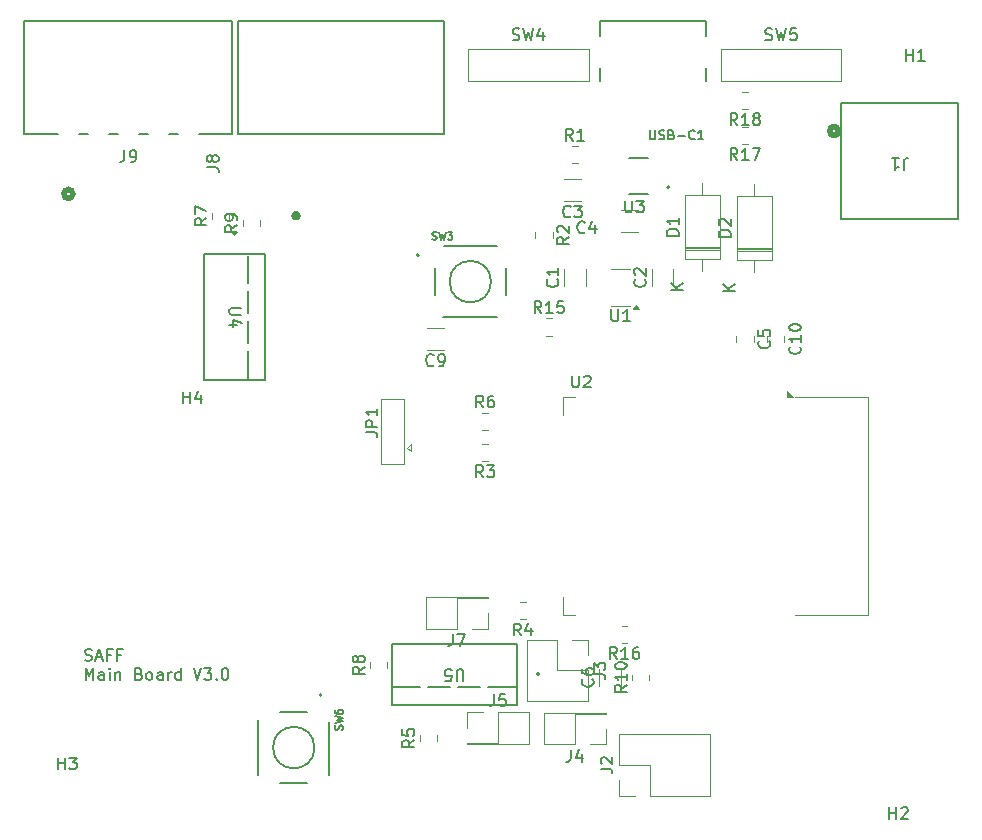
<source format=gbr>
%TF.GenerationSoftware,KiCad,Pcbnew,8.0.8*%
%TF.CreationDate,2025-03-31T15:53:02-05:00*%
%TF.ProjectId,Final Project V1,46696e61-6c20-4507-926f-6a6563742056,rev?*%
%TF.SameCoordinates,Original*%
%TF.FileFunction,Legend,Top*%
%TF.FilePolarity,Positive*%
%FSLAX46Y46*%
G04 Gerber Fmt 4.6, Leading zero omitted, Abs format (unit mm)*
G04 Created by KiCad (PCBNEW 8.0.8) date 2025-03-31 15:53:02*
%MOMM*%
%LPD*%
G01*
G04 APERTURE LIST*
%ADD10C,0.200000*%
%ADD11C,0.150000*%
%ADD12C,0.152400*%
%ADD13C,0.508000*%
%ADD14C,0.127000*%
%ADD15C,0.120000*%
%ADD16C,0.400000*%
G04 APERTURE END LIST*
D10*
X152322054Y-123009656D02*
X152464911Y-123057275D01*
X152464911Y-123057275D02*
X152703006Y-123057275D01*
X152703006Y-123057275D02*
X152798244Y-123009656D01*
X152798244Y-123009656D02*
X152845863Y-122962036D01*
X152845863Y-122962036D02*
X152893482Y-122866798D01*
X152893482Y-122866798D02*
X152893482Y-122771560D01*
X152893482Y-122771560D02*
X152845863Y-122676322D01*
X152845863Y-122676322D02*
X152798244Y-122628703D01*
X152798244Y-122628703D02*
X152703006Y-122581084D01*
X152703006Y-122581084D02*
X152512530Y-122533465D01*
X152512530Y-122533465D02*
X152417292Y-122485846D01*
X152417292Y-122485846D02*
X152369673Y-122438227D01*
X152369673Y-122438227D02*
X152322054Y-122342989D01*
X152322054Y-122342989D02*
X152322054Y-122247751D01*
X152322054Y-122247751D02*
X152369673Y-122152513D01*
X152369673Y-122152513D02*
X152417292Y-122104894D01*
X152417292Y-122104894D02*
X152512530Y-122057275D01*
X152512530Y-122057275D02*
X152750625Y-122057275D01*
X152750625Y-122057275D02*
X152893482Y-122104894D01*
X153274435Y-122771560D02*
X153750625Y-122771560D01*
X153179197Y-123057275D02*
X153512530Y-122057275D01*
X153512530Y-122057275D02*
X153845863Y-123057275D01*
X154512530Y-122533465D02*
X154179197Y-122533465D01*
X154179197Y-123057275D02*
X154179197Y-122057275D01*
X154179197Y-122057275D02*
X154655387Y-122057275D01*
X155369673Y-122533465D02*
X155036340Y-122533465D01*
X155036340Y-123057275D02*
X155036340Y-122057275D01*
X155036340Y-122057275D02*
X155512530Y-122057275D01*
X152369673Y-124667219D02*
X152369673Y-123667219D01*
X152369673Y-123667219D02*
X152703006Y-124381504D01*
X152703006Y-124381504D02*
X153036339Y-123667219D01*
X153036339Y-123667219D02*
X153036339Y-124667219D01*
X153941101Y-124667219D02*
X153941101Y-124143409D01*
X153941101Y-124143409D02*
X153893482Y-124048171D01*
X153893482Y-124048171D02*
X153798244Y-124000552D01*
X153798244Y-124000552D02*
X153607768Y-124000552D01*
X153607768Y-124000552D02*
X153512530Y-124048171D01*
X153941101Y-124619600D02*
X153845863Y-124667219D01*
X153845863Y-124667219D02*
X153607768Y-124667219D01*
X153607768Y-124667219D02*
X153512530Y-124619600D01*
X153512530Y-124619600D02*
X153464911Y-124524361D01*
X153464911Y-124524361D02*
X153464911Y-124429123D01*
X153464911Y-124429123D02*
X153512530Y-124333885D01*
X153512530Y-124333885D02*
X153607768Y-124286266D01*
X153607768Y-124286266D02*
X153845863Y-124286266D01*
X153845863Y-124286266D02*
X153941101Y-124238647D01*
X154417292Y-124667219D02*
X154417292Y-124000552D01*
X154417292Y-123667219D02*
X154369673Y-123714838D01*
X154369673Y-123714838D02*
X154417292Y-123762457D01*
X154417292Y-123762457D02*
X154464911Y-123714838D01*
X154464911Y-123714838D02*
X154417292Y-123667219D01*
X154417292Y-123667219D02*
X154417292Y-123762457D01*
X154893482Y-124000552D02*
X154893482Y-124667219D01*
X154893482Y-124095790D02*
X154941101Y-124048171D01*
X154941101Y-124048171D02*
X155036339Y-124000552D01*
X155036339Y-124000552D02*
X155179196Y-124000552D01*
X155179196Y-124000552D02*
X155274434Y-124048171D01*
X155274434Y-124048171D02*
X155322053Y-124143409D01*
X155322053Y-124143409D02*
X155322053Y-124667219D01*
X156893482Y-124143409D02*
X157036339Y-124191028D01*
X157036339Y-124191028D02*
X157083958Y-124238647D01*
X157083958Y-124238647D02*
X157131577Y-124333885D01*
X157131577Y-124333885D02*
X157131577Y-124476742D01*
X157131577Y-124476742D02*
X157083958Y-124571980D01*
X157083958Y-124571980D02*
X157036339Y-124619600D01*
X157036339Y-124619600D02*
X156941101Y-124667219D01*
X156941101Y-124667219D02*
X156560149Y-124667219D01*
X156560149Y-124667219D02*
X156560149Y-123667219D01*
X156560149Y-123667219D02*
X156893482Y-123667219D01*
X156893482Y-123667219D02*
X156988720Y-123714838D01*
X156988720Y-123714838D02*
X157036339Y-123762457D01*
X157036339Y-123762457D02*
X157083958Y-123857695D01*
X157083958Y-123857695D02*
X157083958Y-123952933D01*
X157083958Y-123952933D02*
X157036339Y-124048171D01*
X157036339Y-124048171D02*
X156988720Y-124095790D01*
X156988720Y-124095790D02*
X156893482Y-124143409D01*
X156893482Y-124143409D02*
X156560149Y-124143409D01*
X157703006Y-124667219D02*
X157607768Y-124619600D01*
X157607768Y-124619600D02*
X157560149Y-124571980D01*
X157560149Y-124571980D02*
X157512530Y-124476742D01*
X157512530Y-124476742D02*
X157512530Y-124191028D01*
X157512530Y-124191028D02*
X157560149Y-124095790D01*
X157560149Y-124095790D02*
X157607768Y-124048171D01*
X157607768Y-124048171D02*
X157703006Y-124000552D01*
X157703006Y-124000552D02*
X157845863Y-124000552D01*
X157845863Y-124000552D02*
X157941101Y-124048171D01*
X157941101Y-124048171D02*
X157988720Y-124095790D01*
X157988720Y-124095790D02*
X158036339Y-124191028D01*
X158036339Y-124191028D02*
X158036339Y-124476742D01*
X158036339Y-124476742D02*
X157988720Y-124571980D01*
X157988720Y-124571980D02*
X157941101Y-124619600D01*
X157941101Y-124619600D02*
X157845863Y-124667219D01*
X157845863Y-124667219D02*
X157703006Y-124667219D01*
X158893482Y-124667219D02*
X158893482Y-124143409D01*
X158893482Y-124143409D02*
X158845863Y-124048171D01*
X158845863Y-124048171D02*
X158750625Y-124000552D01*
X158750625Y-124000552D02*
X158560149Y-124000552D01*
X158560149Y-124000552D02*
X158464911Y-124048171D01*
X158893482Y-124619600D02*
X158798244Y-124667219D01*
X158798244Y-124667219D02*
X158560149Y-124667219D01*
X158560149Y-124667219D02*
X158464911Y-124619600D01*
X158464911Y-124619600D02*
X158417292Y-124524361D01*
X158417292Y-124524361D02*
X158417292Y-124429123D01*
X158417292Y-124429123D02*
X158464911Y-124333885D01*
X158464911Y-124333885D02*
X158560149Y-124286266D01*
X158560149Y-124286266D02*
X158798244Y-124286266D01*
X158798244Y-124286266D02*
X158893482Y-124238647D01*
X159369673Y-124667219D02*
X159369673Y-124000552D01*
X159369673Y-124191028D02*
X159417292Y-124095790D01*
X159417292Y-124095790D02*
X159464911Y-124048171D01*
X159464911Y-124048171D02*
X159560149Y-124000552D01*
X159560149Y-124000552D02*
X159655387Y-124000552D01*
X160417292Y-124667219D02*
X160417292Y-123667219D01*
X160417292Y-124619600D02*
X160322054Y-124667219D01*
X160322054Y-124667219D02*
X160131578Y-124667219D01*
X160131578Y-124667219D02*
X160036340Y-124619600D01*
X160036340Y-124619600D02*
X159988721Y-124571980D01*
X159988721Y-124571980D02*
X159941102Y-124476742D01*
X159941102Y-124476742D02*
X159941102Y-124191028D01*
X159941102Y-124191028D02*
X159988721Y-124095790D01*
X159988721Y-124095790D02*
X160036340Y-124048171D01*
X160036340Y-124048171D02*
X160131578Y-124000552D01*
X160131578Y-124000552D02*
X160322054Y-124000552D01*
X160322054Y-124000552D02*
X160417292Y-124048171D01*
X161512531Y-123667219D02*
X161845864Y-124667219D01*
X161845864Y-124667219D02*
X162179197Y-123667219D01*
X162417293Y-123667219D02*
X163036340Y-123667219D01*
X163036340Y-123667219D02*
X162703007Y-124048171D01*
X162703007Y-124048171D02*
X162845864Y-124048171D01*
X162845864Y-124048171D02*
X162941102Y-124095790D01*
X162941102Y-124095790D02*
X162988721Y-124143409D01*
X162988721Y-124143409D02*
X163036340Y-124238647D01*
X163036340Y-124238647D02*
X163036340Y-124476742D01*
X163036340Y-124476742D02*
X162988721Y-124571980D01*
X162988721Y-124571980D02*
X162941102Y-124619600D01*
X162941102Y-124619600D02*
X162845864Y-124667219D01*
X162845864Y-124667219D02*
X162560150Y-124667219D01*
X162560150Y-124667219D02*
X162464912Y-124619600D01*
X162464912Y-124619600D02*
X162417293Y-124571980D01*
X163464912Y-124571980D02*
X163512531Y-124619600D01*
X163512531Y-124619600D02*
X163464912Y-124667219D01*
X163464912Y-124667219D02*
X163417293Y-124619600D01*
X163417293Y-124619600D02*
X163464912Y-124571980D01*
X163464912Y-124571980D02*
X163464912Y-124667219D01*
X164131578Y-123667219D02*
X164226816Y-123667219D01*
X164226816Y-123667219D02*
X164322054Y-123714838D01*
X164322054Y-123714838D02*
X164369673Y-123762457D01*
X164369673Y-123762457D02*
X164417292Y-123857695D01*
X164417292Y-123857695D02*
X164464911Y-124048171D01*
X164464911Y-124048171D02*
X164464911Y-124286266D01*
X164464911Y-124286266D02*
X164417292Y-124476742D01*
X164417292Y-124476742D02*
X164369673Y-124571980D01*
X164369673Y-124571980D02*
X164322054Y-124619600D01*
X164322054Y-124619600D02*
X164226816Y-124667219D01*
X164226816Y-124667219D02*
X164131578Y-124667219D01*
X164131578Y-124667219D02*
X164036340Y-124619600D01*
X164036340Y-124619600D02*
X163988721Y-124571980D01*
X163988721Y-124571980D02*
X163941102Y-124476742D01*
X163941102Y-124476742D02*
X163893483Y-124286266D01*
X163893483Y-124286266D02*
X163893483Y-124048171D01*
X163893483Y-124048171D02*
X163941102Y-123857695D01*
X163941102Y-123857695D02*
X163988721Y-123762457D01*
X163988721Y-123762457D02*
X164036340Y-123714838D01*
X164036340Y-123714838D02*
X164131578Y-123667219D01*
D11*
X184361904Y-124745180D02*
X184361904Y-123935657D01*
X184361904Y-123935657D02*
X184314285Y-123840419D01*
X184314285Y-123840419D02*
X184266666Y-123792800D01*
X184266666Y-123792800D02*
X184171428Y-123745180D01*
X184171428Y-123745180D02*
X183980952Y-123745180D01*
X183980952Y-123745180D02*
X183885714Y-123792800D01*
X183885714Y-123792800D02*
X183838095Y-123840419D01*
X183838095Y-123840419D02*
X183790476Y-123935657D01*
X183790476Y-123935657D02*
X183790476Y-124745180D01*
X182838095Y-124745180D02*
X183314285Y-124745180D01*
X183314285Y-124745180D02*
X183361904Y-124268990D01*
X183361904Y-124268990D02*
X183314285Y-124316609D01*
X183314285Y-124316609D02*
X183219047Y-124364228D01*
X183219047Y-124364228D02*
X182980952Y-124364228D01*
X182980952Y-124364228D02*
X182885714Y-124316609D01*
X182885714Y-124316609D02*
X182838095Y-124268990D01*
X182838095Y-124268990D02*
X182790476Y-124173752D01*
X182790476Y-124173752D02*
X182790476Y-123935657D01*
X182790476Y-123935657D02*
X182838095Y-123840419D01*
X182838095Y-123840419D02*
X182885714Y-123792800D01*
X182885714Y-123792800D02*
X182980952Y-123745180D01*
X182980952Y-123745180D02*
X183219047Y-123745180D01*
X183219047Y-123745180D02*
X183314285Y-123792800D01*
X183314285Y-123792800D02*
X183361904Y-123840419D01*
X165545180Y-93178095D02*
X164735657Y-93178095D01*
X164735657Y-93178095D02*
X164640419Y-93225714D01*
X164640419Y-93225714D02*
X164592800Y-93273333D01*
X164592800Y-93273333D02*
X164545180Y-93368571D01*
X164545180Y-93368571D02*
X164545180Y-93559047D01*
X164545180Y-93559047D02*
X164592800Y-93654285D01*
X164592800Y-93654285D02*
X164640419Y-93701904D01*
X164640419Y-93701904D02*
X164735657Y-93749523D01*
X164735657Y-93749523D02*
X165545180Y-93749523D01*
X165211847Y-94654285D02*
X164545180Y-94654285D01*
X165592800Y-94416190D02*
X164878514Y-94178095D01*
X164878514Y-94178095D02*
X164878514Y-94797142D01*
X155666666Y-79804519D02*
X155666666Y-80518804D01*
X155666666Y-80518804D02*
X155619047Y-80661661D01*
X155619047Y-80661661D02*
X155523809Y-80756900D01*
X155523809Y-80756900D02*
X155380952Y-80804519D01*
X155380952Y-80804519D02*
X155285714Y-80804519D01*
X156190476Y-80804519D02*
X156380952Y-80804519D01*
X156380952Y-80804519D02*
X156476190Y-80756900D01*
X156476190Y-80756900D02*
X156523809Y-80709280D01*
X156523809Y-80709280D02*
X156619047Y-80566423D01*
X156619047Y-80566423D02*
X156666666Y-80375947D01*
X156666666Y-80375947D02*
X156666666Y-79994995D01*
X156666666Y-79994995D02*
X156619047Y-79899757D01*
X156619047Y-79899757D02*
X156571428Y-79852138D01*
X156571428Y-79852138D02*
X156476190Y-79804519D01*
X156476190Y-79804519D02*
X156285714Y-79804519D01*
X156285714Y-79804519D02*
X156190476Y-79852138D01*
X156190476Y-79852138D02*
X156142857Y-79899757D01*
X156142857Y-79899757D02*
X156095238Y-79994995D01*
X156095238Y-79994995D02*
X156095238Y-80233090D01*
X156095238Y-80233090D02*
X156142857Y-80328328D01*
X156142857Y-80328328D02*
X156190476Y-80375947D01*
X156190476Y-80375947D02*
X156285714Y-80423566D01*
X156285714Y-80423566D02*
X156476190Y-80423566D01*
X156476190Y-80423566D02*
X156571428Y-80375947D01*
X156571428Y-80375947D02*
X156619047Y-80328328D01*
X156619047Y-80328328D02*
X156666666Y-80233090D01*
X174098315Y-128878156D02*
X174128345Y-128788064D01*
X174128345Y-128788064D02*
X174128345Y-128637911D01*
X174128345Y-128637911D02*
X174098315Y-128577850D01*
X174098315Y-128577850D02*
X174068284Y-128547819D01*
X174068284Y-128547819D02*
X174008223Y-128517789D01*
X174008223Y-128517789D02*
X173948161Y-128517789D01*
X173948161Y-128517789D02*
X173888100Y-128547819D01*
X173888100Y-128547819D02*
X173858070Y-128577850D01*
X173858070Y-128577850D02*
X173828039Y-128637911D01*
X173828039Y-128637911D02*
X173798008Y-128758034D01*
X173798008Y-128758034D02*
X173767978Y-128818095D01*
X173767978Y-128818095D02*
X173737947Y-128848125D01*
X173737947Y-128848125D02*
X173677886Y-128878156D01*
X173677886Y-128878156D02*
X173617825Y-128878156D01*
X173617825Y-128878156D02*
X173557763Y-128848125D01*
X173557763Y-128848125D02*
X173527733Y-128818095D01*
X173527733Y-128818095D02*
X173497702Y-128758034D01*
X173497702Y-128758034D02*
X173497702Y-128607880D01*
X173497702Y-128607880D02*
X173527733Y-128517789D01*
X173497702Y-128307575D02*
X174128345Y-128157422D01*
X174128345Y-128157422D02*
X173677886Y-128037299D01*
X173677886Y-128037299D02*
X174128345Y-127917177D01*
X174128345Y-127917177D02*
X173497702Y-127767024D01*
X173497702Y-127256503D02*
X173497702Y-127376625D01*
X173497702Y-127376625D02*
X173527733Y-127436687D01*
X173527733Y-127436687D02*
X173557763Y-127466717D01*
X173557763Y-127466717D02*
X173647855Y-127526778D01*
X173647855Y-127526778D02*
X173767978Y-127556809D01*
X173767978Y-127556809D02*
X174008223Y-127556809D01*
X174008223Y-127556809D02*
X174068284Y-127526778D01*
X174068284Y-127526778D02*
X174098315Y-127496748D01*
X174098315Y-127496748D02*
X174128345Y-127436687D01*
X174128345Y-127436687D02*
X174128345Y-127316564D01*
X174128345Y-127316564D02*
X174098315Y-127256503D01*
X174098315Y-127256503D02*
X174068284Y-127226472D01*
X174068284Y-127226472D02*
X174008223Y-127196442D01*
X174008223Y-127196442D02*
X173858070Y-127196442D01*
X173858070Y-127196442D02*
X173798008Y-127226472D01*
X173798008Y-127226472D02*
X173767978Y-127256503D01*
X173767978Y-127256503D02*
X173737947Y-127316564D01*
X173737947Y-127316564D02*
X173737947Y-127436687D01*
X173737947Y-127436687D02*
X173767978Y-127496748D01*
X173767978Y-127496748D02*
X173798008Y-127526778D01*
X173798008Y-127526778D02*
X173858070Y-127556809D01*
X206984819Y-87138094D02*
X205984819Y-87138094D01*
X205984819Y-87138094D02*
X205984819Y-86899999D01*
X205984819Y-86899999D02*
X206032438Y-86757142D01*
X206032438Y-86757142D02*
X206127676Y-86661904D01*
X206127676Y-86661904D02*
X206222914Y-86614285D01*
X206222914Y-86614285D02*
X206413390Y-86566666D01*
X206413390Y-86566666D02*
X206556247Y-86566666D01*
X206556247Y-86566666D02*
X206746723Y-86614285D01*
X206746723Y-86614285D02*
X206841961Y-86661904D01*
X206841961Y-86661904D02*
X206937200Y-86757142D01*
X206937200Y-86757142D02*
X206984819Y-86899999D01*
X206984819Y-86899999D02*
X206984819Y-87138094D01*
X206080057Y-86185713D02*
X206032438Y-86138094D01*
X206032438Y-86138094D02*
X205984819Y-86042856D01*
X205984819Y-86042856D02*
X205984819Y-85804761D01*
X205984819Y-85804761D02*
X206032438Y-85709523D01*
X206032438Y-85709523D02*
X206080057Y-85661904D01*
X206080057Y-85661904D02*
X206175295Y-85614285D01*
X206175295Y-85614285D02*
X206270533Y-85614285D01*
X206270533Y-85614285D02*
X206413390Y-85661904D01*
X206413390Y-85661904D02*
X206984819Y-86233332D01*
X206984819Y-86233332D02*
X206984819Y-85614285D01*
X207354819Y-91741904D02*
X206354819Y-91741904D01*
X207354819Y-91170476D02*
X206783390Y-91599047D01*
X206354819Y-91170476D02*
X206926247Y-91741904D01*
X150038095Y-132254819D02*
X150038095Y-131254819D01*
X150038095Y-131731009D02*
X150609523Y-131731009D01*
X150609523Y-132254819D02*
X150609523Y-131254819D01*
X150990476Y-131254819D02*
X151609523Y-131254819D01*
X151609523Y-131254819D02*
X151276190Y-131635771D01*
X151276190Y-131635771D02*
X151419047Y-131635771D01*
X151419047Y-131635771D02*
X151514285Y-131683390D01*
X151514285Y-131683390D02*
X151561904Y-131731009D01*
X151561904Y-131731009D02*
X151609523Y-131826247D01*
X151609523Y-131826247D02*
X151609523Y-132064342D01*
X151609523Y-132064342D02*
X151561904Y-132159580D01*
X151561904Y-132159580D02*
X151514285Y-132207200D01*
X151514285Y-132207200D02*
X151419047Y-132254819D01*
X151419047Y-132254819D02*
X151133333Y-132254819D01*
X151133333Y-132254819D02*
X151038095Y-132207200D01*
X151038095Y-132207200D02*
X150990476Y-132159580D01*
X186033333Y-107504819D02*
X185700000Y-107028628D01*
X185461905Y-107504819D02*
X185461905Y-106504819D01*
X185461905Y-106504819D02*
X185842857Y-106504819D01*
X185842857Y-106504819D02*
X185938095Y-106552438D01*
X185938095Y-106552438D02*
X185985714Y-106600057D01*
X185985714Y-106600057D02*
X186033333Y-106695295D01*
X186033333Y-106695295D02*
X186033333Y-106838152D01*
X186033333Y-106838152D02*
X185985714Y-106933390D01*
X185985714Y-106933390D02*
X185938095Y-106981009D01*
X185938095Y-106981009D02*
X185842857Y-107028628D01*
X185842857Y-107028628D02*
X185461905Y-107028628D01*
X186366667Y-106504819D02*
X186985714Y-106504819D01*
X186985714Y-106504819D02*
X186652381Y-106885771D01*
X186652381Y-106885771D02*
X186795238Y-106885771D01*
X186795238Y-106885771D02*
X186890476Y-106933390D01*
X186890476Y-106933390D02*
X186938095Y-106981009D01*
X186938095Y-106981009D02*
X186985714Y-107076247D01*
X186985714Y-107076247D02*
X186985714Y-107314342D01*
X186985714Y-107314342D02*
X186938095Y-107409580D01*
X186938095Y-107409580D02*
X186890476Y-107457200D01*
X186890476Y-107457200D02*
X186795238Y-107504819D01*
X186795238Y-107504819D02*
X186509524Y-107504819D01*
X186509524Y-107504819D02*
X186414286Y-107457200D01*
X186414286Y-107457200D02*
X186366667Y-107409580D01*
X209926667Y-70467200D02*
X210069524Y-70514819D01*
X210069524Y-70514819D02*
X210307619Y-70514819D01*
X210307619Y-70514819D02*
X210402857Y-70467200D01*
X210402857Y-70467200D02*
X210450476Y-70419580D01*
X210450476Y-70419580D02*
X210498095Y-70324342D01*
X210498095Y-70324342D02*
X210498095Y-70229104D01*
X210498095Y-70229104D02*
X210450476Y-70133866D01*
X210450476Y-70133866D02*
X210402857Y-70086247D01*
X210402857Y-70086247D02*
X210307619Y-70038628D01*
X210307619Y-70038628D02*
X210117143Y-69991009D01*
X210117143Y-69991009D02*
X210021905Y-69943390D01*
X210021905Y-69943390D02*
X209974286Y-69895771D01*
X209974286Y-69895771D02*
X209926667Y-69800533D01*
X209926667Y-69800533D02*
X209926667Y-69705295D01*
X209926667Y-69705295D02*
X209974286Y-69610057D01*
X209974286Y-69610057D02*
X210021905Y-69562438D01*
X210021905Y-69562438D02*
X210117143Y-69514819D01*
X210117143Y-69514819D02*
X210355238Y-69514819D01*
X210355238Y-69514819D02*
X210498095Y-69562438D01*
X210831429Y-69514819D02*
X211069524Y-70514819D01*
X211069524Y-70514819D02*
X211260000Y-69800533D01*
X211260000Y-69800533D02*
X211450476Y-70514819D01*
X211450476Y-70514819D02*
X211688572Y-69514819D01*
X212545714Y-69514819D02*
X212069524Y-69514819D01*
X212069524Y-69514819D02*
X212021905Y-69991009D01*
X212021905Y-69991009D02*
X212069524Y-69943390D01*
X212069524Y-69943390D02*
X212164762Y-69895771D01*
X212164762Y-69895771D02*
X212402857Y-69895771D01*
X212402857Y-69895771D02*
X212498095Y-69943390D01*
X212498095Y-69943390D02*
X212545714Y-69991009D01*
X212545714Y-69991009D02*
X212593333Y-70086247D01*
X212593333Y-70086247D02*
X212593333Y-70324342D01*
X212593333Y-70324342D02*
X212545714Y-70419580D01*
X212545714Y-70419580D02*
X212498095Y-70467200D01*
X212498095Y-70467200D02*
X212402857Y-70514819D01*
X212402857Y-70514819D02*
X212164762Y-70514819D01*
X212164762Y-70514819D02*
X212069524Y-70467200D01*
X212069524Y-70467200D02*
X212021905Y-70419580D01*
X220438095Y-136454819D02*
X220438095Y-135454819D01*
X220438095Y-135931009D02*
X221009523Y-135931009D01*
X221009523Y-136454819D02*
X221009523Y-135454819D01*
X221438095Y-135550057D02*
X221485714Y-135502438D01*
X221485714Y-135502438D02*
X221580952Y-135454819D01*
X221580952Y-135454819D02*
X221819047Y-135454819D01*
X221819047Y-135454819D02*
X221914285Y-135502438D01*
X221914285Y-135502438D02*
X221961904Y-135550057D01*
X221961904Y-135550057D02*
X222009523Y-135645295D01*
X222009523Y-135645295D02*
X222009523Y-135740533D01*
X222009523Y-135740533D02*
X221961904Y-135883390D01*
X221961904Y-135883390D02*
X221390476Y-136454819D01*
X221390476Y-136454819D02*
X222009523Y-136454819D01*
X198063095Y-84089819D02*
X198063095Y-84899342D01*
X198063095Y-84899342D02*
X198110714Y-84994580D01*
X198110714Y-84994580D02*
X198158333Y-85042200D01*
X198158333Y-85042200D02*
X198253571Y-85089819D01*
X198253571Y-85089819D02*
X198444047Y-85089819D01*
X198444047Y-85089819D02*
X198539285Y-85042200D01*
X198539285Y-85042200D02*
X198586904Y-84994580D01*
X198586904Y-84994580D02*
X198634523Y-84899342D01*
X198634523Y-84899342D02*
X198634523Y-84089819D01*
X199015476Y-84089819D02*
X199634523Y-84089819D01*
X199634523Y-84089819D02*
X199301190Y-84470771D01*
X199301190Y-84470771D02*
X199444047Y-84470771D01*
X199444047Y-84470771D02*
X199539285Y-84518390D01*
X199539285Y-84518390D02*
X199586904Y-84566009D01*
X199586904Y-84566009D02*
X199634523Y-84661247D01*
X199634523Y-84661247D02*
X199634523Y-84899342D01*
X199634523Y-84899342D02*
X199586904Y-84994580D01*
X199586904Y-84994580D02*
X199539285Y-85042200D01*
X199539285Y-85042200D02*
X199444047Y-85089819D01*
X199444047Y-85089819D02*
X199158333Y-85089819D01*
X199158333Y-85089819D02*
X199063095Y-85042200D01*
X199063095Y-85042200D02*
X199015476Y-84994580D01*
X207557142Y-77704819D02*
X207223809Y-77228628D01*
X206985714Y-77704819D02*
X206985714Y-76704819D01*
X206985714Y-76704819D02*
X207366666Y-76704819D01*
X207366666Y-76704819D02*
X207461904Y-76752438D01*
X207461904Y-76752438D02*
X207509523Y-76800057D01*
X207509523Y-76800057D02*
X207557142Y-76895295D01*
X207557142Y-76895295D02*
X207557142Y-77038152D01*
X207557142Y-77038152D02*
X207509523Y-77133390D01*
X207509523Y-77133390D02*
X207461904Y-77181009D01*
X207461904Y-77181009D02*
X207366666Y-77228628D01*
X207366666Y-77228628D02*
X206985714Y-77228628D01*
X208509523Y-77704819D02*
X207938095Y-77704819D01*
X208223809Y-77704819D02*
X208223809Y-76704819D01*
X208223809Y-76704819D02*
X208128571Y-76847676D01*
X208128571Y-76847676D02*
X208033333Y-76942914D01*
X208033333Y-76942914D02*
X207938095Y-76990533D01*
X209080952Y-77133390D02*
X208985714Y-77085771D01*
X208985714Y-77085771D02*
X208938095Y-77038152D01*
X208938095Y-77038152D02*
X208890476Y-76942914D01*
X208890476Y-76942914D02*
X208890476Y-76895295D01*
X208890476Y-76895295D02*
X208938095Y-76800057D01*
X208938095Y-76800057D02*
X208985714Y-76752438D01*
X208985714Y-76752438D02*
X209080952Y-76704819D01*
X209080952Y-76704819D02*
X209271428Y-76704819D01*
X209271428Y-76704819D02*
X209366666Y-76752438D01*
X209366666Y-76752438D02*
X209414285Y-76800057D01*
X209414285Y-76800057D02*
X209461904Y-76895295D01*
X209461904Y-76895295D02*
X209461904Y-76942914D01*
X209461904Y-76942914D02*
X209414285Y-77038152D01*
X209414285Y-77038152D02*
X209366666Y-77085771D01*
X209366666Y-77085771D02*
X209271428Y-77133390D01*
X209271428Y-77133390D02*
X209080952Y-77133390D01*
X209080952Y-77133390D02*
X208985714Y-77181009D01*
X208985714Y-77181009D02*
X208938095Y-77228628D01*
X208938095Y-77228628D02*
X208890476Y-77323866D01*
X208890476Y-77323866D02*
X208890476Y-77514342D01*
X208890476Y-77514342D02*
X208938095Y-77609580D01*
X208938095Y-77609580D02*
X208985714Y-77657200D01*
X208985714Y-77657200D02*
X209080952Y-77704819D01*
X209080952Y-77704819D02*
X209271428Y-77704819D01*
X209271428Y-77704819D02*
X209366666Y-77657200D01*
X209366666Y-77657200D02*
X209414285Y-77609580D01*
X209414285Y-77609580D02*
X209461904Y-77514342D01*
X209461904Y-77514342D02*
X209461904Y-77323866D01*
X209461904Y-77323866D02*
X209414285Y-77228628D01*
X209414285Y-77228628D02*
X209366666Y-77181009D01*
X209366666Y-77181009D02*
X209271428Y-77133390D01*
X176079819Y-103708333D02*
X176794104Y-103708333D01*
X176794104Y-103708333D02*
X176936961Y-103755952D01*
X176936961Y-103755952D02*
X177032200Y-103851190D01*
X177032200Y-103851190D02*
X177079819Y-103994047D01*
X177079819Y-103994047D02*
X177079819Y-104089285D01*
X177079819Y-103232142D02*
X176079819Y-103232142D01*
X176079819Y-103232142D02*
X176079819Y-102851190D01*
X176079819Y-102851190D02*
X176127438Y-102755952D01*
X176127438Y-102755952D02*
X176175057Y-102708333D01*
X176175057Y-102708333D02*
X176270295Y-102660714D01*
X176270295Y-102660714D02*
X176413152Y-102660714D01*
X176413152Y-102660714D02*
X176508390Y-102708333D01*
X176508390Y-102708333D02*
X176556009Y-102755952D01*
X176556009Y-102755952D02*
X176603628Y-102851190D01*
X176603628Y-102851190D02*
X176603628Y-103232142D01*
X177079819Y-101708333D02*
X177079819Y-102279761D01*
X177079819Y-101994047D02*
X176079819Y-101994047D01*
X176079819Y-101994047D02*
X176222676Y-102089285D01*
X176222676Y-102089285D02*
X176317914Y-102184523D01*
X176317914Y-102184523D02*
X176365533Y-102279761D01*
X165204819Y-86166666D02*
X164728628Y-86499999D01*
X165204819Y-86738094D02*
X164204819Y-86738094D01*
X164204819Y-86738094D02*
X164204819Y-86357142D01*
X164204819Y-86357142D02*
X164252438Y-86261904D01*
X164252438Y-86261904D02*
X164300057Y-86214285D01*
X164300057Y-86214285D02*
X164395295Y-86166666D01*
X164395295Y-86166666D02*
X164538152Y-86166666D01*
X164538152Y-86166666D02*
X164633390Y-86214285D01*
X164633390Y-86214285D02*
X164681009Y-86261904D01*
X164681009Y-86261904D02*
X164728628Y-86357142D01*
X164728628Y-86357142D02*
X164728628Y-86738094D01*
X165204819Y-85690475D02*
X165204819Y-85499999D01*
X165204819Y-85499999D02*
X165157200Y-85404761D01*
X165157200Y-85404761D02*
X165109580Y-85357142D01*
X165109580Y-85357142D02*
X164966723Y-85261904D01*
X164966723Y-85261904D02*
X164776247Y-85214285D01*
X164776247Y-85214285D02*
X164395295Y-85214285D01*
X164395295Y-85214285D02*
X164300057Y-85261904D01*
X164300057Y-85261904D02*
X164252438Y-85309523D01*
X164252438Y-85309523D02*
X164204819Y-85404761D01*
X164204819Y-85404761D02*
X164204819Y-85595237D01*
X164204819Y-85595237D02*
X164252438Y-85690475D01*
X164252438Y-85690475D02*
X164300057Y-85738094D01*
X164300057Y-85738094D02*
X164395295Y-85785713D01*
X164395295Y-85785713D02*
X164633390Y-85785713D01*
X164633390Y-85785713D02*
X164728628Y-85738094D01*
X164728628Y-85738094D02*
X164776247Y-85690475D01*
X164776247Y-85690475D02*
X164823866Y-85595237D01*
X164823866Y-85595237D02*
X164823866Y-85404761D01*
X164823866Y-85404761D02*
X164776247Y-85309523D01*
X164776247Y-85309523D02*
X164728628Y-85261904D01*
X164728628Y-85261904D02*
X164633390Y-85214285D01*
X192309580Y-90766666D02*
X192357200Y-90814285D01*
X192357200Y-90814285D02*
X192404819Y-90957142D01*
X192404819Y-90957142D02*
X192404819Y-91052380D01*
X192404819Y-91052380D02*
X192357200Y-91195237D01*
X192357200Y-91195237D02*
X192261961Y-91290475D01*
X192261961Y-91290475D02*
X192166723Y-91338094D01*
X192166723Y-91338094D02*
X191976247Y-91385713D01*
X191976247Y-91385713D02*
X191833390Y-91385713D01*
X191833390Y-91385713D02*
X191642914Y-91338094D01*
X191642914Y-91338094D02*
X191547676Y-91290475D01*
X191547676Y-91290475D02*
X191452438Y-91195237D01*
X191452438Y-91195237D02*
X191404819Y-91052380D01*
X191404819Y-91052380D02*
X191404819Y-90957142D01*
X191404819Y-90957142D02*
X191452438Y-90814285D01*
X191452438Y-90814285D02*
X191500057Y-90766666D01*
X192404819Y-89814285D02*
X192404819Y-90385713D01*
X192404819Y-90099999D02*
X191404819Y-90099999D01*
X191404819Y-90099999D02*
X191547676Y-90195237D01*
X191547676Y-90195237D02*
X191642914Y-90290475D01*
X191642914Y-90290475D02*
X191690533Y-90385713D01*
X195384819Y-124203333D02*
X196099104Y-124203333D01*
X196099104Y-124203333D02*
X196241961Y-124250952D01*
X196241961Y-124250952D02*
X196337200Y-124346190D01*
X196337200Y-124346190D02*
X196384819Y-124489047D01*
X196384819Y-124489047D02*
X196384819Y-124584285D01*
X195384819Y-123822380D02*
X195384819Y-123203333D01*
X195384819Y-123203333D02*
X195765771Y-123536666D01*
X195765771Y-123536666D02*
X195765771Y-123393809D01*
X195765771Y-123393809D02*
X195813390Y-123298571D01*
X195813390Y-123298571D02*
X195861009Y-123250952D01*
X195861009Y-123250952D02*
X195956247Y-123203333D01*
X195956247Y-123203333D02*
X196194342Y-123203333D01*
X196194342Y-123203333D02*
X196289580Y-123250952D01*
X196289580Y-123250952D02*
X196337200Y-123298571D01*
X196337200Y-123298571D02*
X196384819Y-123393809D01*
X196384819Y-123393809D02*
X196384819Y-123679523D01*
X196384819Y-123679523D02*
X196337200Y-123774761D01*
X196337200Y-123774761D02*
X196289580Y-123822380D01*
X195284580Y-124616666D02*
X195332200Y-124664285D01*
X195332200Y-124664285D02*
X195379819Y-124807142D01*
X195379819Y-124807142D02*
X195379819Y-124902380D01*
X195379819Y-124902380D02*
X195332200Y-125045237D01*
X195332200Y-125045237D02*
X195236961Y-125140475D01*
X195236961Y-125140475D02*
X195141723Y-125188094D01*
X195141723Y-125188094D02*
X194951247Y-125235713D01*
X194951247Y-125235713D02*
X194808390Y-125235713D01*
X194808390Y-125235713D02*
X194617914Y-125188094D01*
X194617914Y-125188094D02*
X194522676Y-125140475D01*
X194522676Y-125140475D02*
X194427438Y-125045237D01*
X194427438Y-125045237D02*
X194379819Y-124902380D01*
X194379819Y-124902380D02*
X194379819Y-124807142D01*
X194379819Y-124807142D02*
X194427438Y-124664285D01*
X194427438Y-124664285D02*
X194475057Y-124616666D01*
X194379819Y-123759523D02*
X194379819Y-123949999D01*
X194379819Y-123949999D02*
X194427438Y-124045237D01*
X194427438Y-124045237D02*
X194475057Y-124092856D01*
X194475057Y-124092856D02*
X194617914Y-124188094D01*
X194617914Y-124188094D02*
X194808390Y-124235713D01*
X194808390Y-124235713D02*
X195189342Y-124235713D01*
X195189342Y-124235713D02*
X195284580Y-124188094D01*
X195284580Y-124188094D02*
X195332200Y-124140475D01*
X195332200Y-124140475D02*
X195379819Y-124045237D01*
X195379819Y-124045237D02*
X195379819Y-123854761D01*
X195379819Y-123854761D02*
X195332200Y-123759523D01*
X195332200Y-123759523D02*
X195284580Y-123711904D01*
X195284580Y-123711904D02*
X195189342Y-123664285D01*
X195189342Y-123664285D02*
X194951247Y-123664285D01*
X194951247Y-123664285D02*
X194856009Y-123711904D01*
X194856009Y-123711904D02*
X194808390Y-123759523D01*
X194808390Y-123759523D02*
X194760771Y-123854761D01*
X194760771Y-123854761D02*
X194760771Y-124045237D01*
X194760771Y-124045237D02*
X194808390Y-124140475D01*
X194808390Y-124140475D02*
X194856009Y-124188094D01*
X194856009Y-124188094D02*
X194951247Y-124235713D01*
X198179819Y-125092857D02*
X197703628Y-125426190D01*
X198179819Y-125664285D02*
X197179819Y-125664285D01*
X197179819Y-125664285D02*
X197179819Y-125283333D01*
X197179819Y-125283333D02*
X197227438Y-125188095D01*
X197227438Y-125188095D02*
X197275057Y-125140476D01*
X197275057Y-125140476D02*
X197370295Y-125092857D01*
X197370295Y-125092857D02*
X197513152Y-125092857D01*
X197513152Y-125092857D02*
X197608390Y-125140476D01*
X197608390Y-125140476D02*
X197656009Y-125188095D01*
X197656009Y-125188095D02*
X197703628Y-125283333D01*
X197703628Y-125283333D02*
X197703628Y-125664285D01*
X198179819Y-124140476D02*
X198179819Y-124711904D01*
X198179819Y-124426190D02*
X197179819Y-124426190D01*
X197179819Y-124426190D02*
X197322676Y-124521428D01*
X197322676Y-124521428D02*
X197417914Y-124616666D01*
X197417914Y-124616666D02*
X197465533Y-124711904D01*
X197179819Y-123521428D02*
X197179819Y-123426190D01*
X197179819Y-123426190D02*
X197227438Y-123330952D01*
X197227438Y-123330952D02*
X197275057Y-123283333D01*
X197275057Y-123283333D02*
X197370295Y-123235714D01*
X197370295Y-123235714D02*
X197560771Y-123188095D01*
X197560771Y-123188095D02*
X197798866Y-123188095D01*
X197798866Y-123188095D02*
X197989342Y-123235714D01*
X197989342Y-123235714D02*
X198084580Y-123283333D01*
X198084580Y-123283333D02*
X198132200Y-123330952D01*
X198132200Y-123330952D02*
X198179819Y-123426190D01*
X198179819Y-123426190D02*
X198179819Y-123521428D01*
X198179819Y-123521428D02*
X198132200Y-123616666D01*
X198132200Y-123616666D02*
X198084580Y-123664285D01*
X198084580Y-123664285D02*
X197989342Y-123711904D01*
X197989342Y-123711904D02*
X197798866Y-123759523D01*
X197798866Y-123759523D02*
X197560771Y-123759523D01*
X197560771Y-123759523D02*
X197370295Y-123711904D01*
X197370295Y-123711904D02*
X197275057Y-123664285D01*
X197275057Y-123664285D02*
X197227438Y-123616666D01*
X197227438Y-123616666D02*
X197179819Y-123521428D01*
X181746443Y-87359519D02*
X181836535Y-87389549D01*
X181836535Y-87389549D02*
X181986688Y-87389549D01*
X181986688Y-87389549D02*
X182046749Y-87359519D01*
X182046749Y-87359519D02*
X182076780Y-87329488D01*
X182076780Y-87329488D02*
X182106810Y-87269427D01*
X182106810Y-87269427D02*
X182106810Y-87209365D01*
X182106810Y-87209365D02*
X182076780Y-87149304D01*
X182076780Y-87149304D02*
X182046749Y-87119274D01*
X182046749Y-87119274D02*
X181986688Y-87089243D01*
X181986688Y-87089243D02*
X181866565Y-87059212D01*
X181866565Y-87059212D02*
X181806504Y-87029182D01*
X181806504Y-87029182D02*
X181776474Y-86999151D01*
X181776474Y-86999151D02*
X181746443Y-86939090D01*
X181746443Y-86939090D02*
X181746443Y-86879029D01*
X181746443Y-86879029D02*
X181776474Y-86818967D01*
X181776474Y-86818967D02*
X181806504Y-86788937D01*
X181806504Y-86788937D02*
X181866565Y-86758906D01*
X181866565Y-86758906D02*
X182016719Y-86758906D01*
X182016719Y-86758906D02*
X182106810Y-86788937D01*
X182317024Y-86758906D02*
X182467177Y-87389549D01*
X182467177Y-87389549D02*
X182587300Y-86939090D01*
X182587300Y-86939090D02*
X182707422Y-87389549D01*
X182707422Y-87389549D02*
X182857576Y-86758906D01*
X183037759Y-86758906D02*
X183428157Y-86758906D01*
X183428157Y-86758906D02*
X183217943Y-86999151D01*
X183217943Y-86999151D02*
X183308035Y-86999151D01*
X183308035Y-86999151D02*
X183368096Y-87029182D01*
X183368096Y-87029182D02*
X183398127Y-87059212D01*
X183398127Y-87059212D02*
X183428157Y-87119274D01*
X183428157Y-87119274D02*
X183428157Y-87269427D01*
X183428157Y-87269427D02*
X183398127Y-87329488D01*
X183398127Y-87329488D02*
X183368096Y-87359519D01*
X183368096Y-87359519D02*
X183308035Y-87389549D01*
X183308035Y-87389549D02*
X183127851Y-87389549D01*
X183127851Y-87389549D02*
X183067790Y-87359519D01*
X183067790Y-87359519D02*
X183037759Y-87329488D01*
X197357142Y-122904819D02*
X197023809Y-122428628D01*
X196785714Y-122904819D02*
X196785714Y-121904819D01*
X196785714Y-121904819D02*
X197166666Y-121904819D01*
X197166666Y-121904819D02*
X197261904Y-121952438D01*
X197261904Y-121952438D02*
X197309523Y-122000057D01*
X197309523Y-122000057D02*
X197357142Y-122095295D01*
X197357142Y-122095295D02*
X197357142Y-122238152D01*
X197357142Y-122238152D02*
X197309523Y-122333390D01*
X197309523Y-122333390D02*
X197261904Y-122381009D01*
X197261904Y-122381009D02*
X197166666Y-122428628D01*
X197166666Y-122428628D02*
X196785714Y-122428628D01*
X198309523Y-122904819D02*
X197738095Y-122904819D01*
X198023809Y-122904819D02*
X198023809Y-121904819D01*
X198023809Y-121904819D02*
X197928571Y-122047676D01*
X197928571Y-122047676D02*
X197833333Y-122142914D01*
X197833333Y-122142914D02*
X197738095Y-122190533D01*
X199166666Y-121904819D02*
X198976190Y-121904819D01*
X198976190Y-121904819D02*
X198880952Y-121952438D01*
X198880952Y-121952438D02*
X198833333Y-122000057D01*
X198833333Y-122000057D02*
X198738095Y-122142914D01*
X198738095Y-122142914D02*
X198690476Y-122333390D01*
X198690476Y-122333390D02*
X198690476Y-122714342D01*
X198690476Y-122714342D02*
X198738095Y-122809580D01*
X198738095Y-122809580D02*
X198785714Y-122857200D01*
X198785714Y-122857200D02*
X198880952Y-122904819D01*
X198880952Y-122904819D02*
X199071428Y-122904819D01*
X199071428Y-122904819D02*
X199166666Y-122857200D01*
X199166666Y-122857200D02*
X199214285Y-122809580D01*
X199214285Y-122809580D02*
X199261904Y-122714342D01*
X199261904Y-122714342D02*
X199261904Y-122476247D01*
X199261904Y-122476247D02*
X199214285Y-122381009D01*
X199214285Y-122381009D02*
X199166666Y-122333390D01*
X199166666Y-122333390D02*
X199071428Y-122285771D01*
X199071428Y-122285771D02*
X198880952Y-122285771D01*
X198880952Y-122285771D02*
X198785714Y-122333390D01*
X198785714Y-122333390D02*
X198738095Y-122381009D01*
X198738095Y-122381009D02*
X198690476Y-122476247D01*
X200150279Y-78119065D02*
X200150279Y-78756486D01*
X200150279Y-78756486D02*
X200187775Y-78831476D01*
X200187775Y-78831476D02*
X200225270Y-78868972D01*
X200225270Y-78868972D02*
X200300261Y-78906467D01*
X200300261Y-78906467D02*
X200450242Y-78906467D01*
X200450242Y-78906467D02*
X200525233Y-78868972D01*
X200525233Y-78868972D02*
X200562728Y-78831476D01*
X200562728Y-78831476D02*
X200600223Y-78756486D01*
X200600223Y-78756486D02*
X200600223Y-78119065D01*
X200937681Y-78868972D02*
X201050167Y-78906467D01*
X201050167Y-78906467D02*
X201237644Y-78906467D01*
X201237644Y-78906467D02*
X201312634Y-78868972D01*
X201312634Y-78868972D02*
X201350130Y-78831476D01*
X201350130Y-78831476D02*
X201387625Y-78756486D01*
X201387625Y-78756486D02*
X201387625Y-78681495D01*
X201387625Y-78681495D02*
X201350130Y-78606504D01*
X201350130Y-78606504D02*
X201312634Y-78569009D01*
X201312634Y-78569009D02*
X201237644Y-78531514D01*
X201237644Y-78531514D02*
X201087662Y-78494018D01*
X201087662Y-78494018D02*
X201012672Y-78456523D01*
X201012672Y-78456523D02*
X200975176Y-78419028D01*
X200975176Y-78419028D02*
X200937681Y-78344037D01*
X200937681Y-78344037D02*
X200937681Y-78269046D01*
X200937681Y-78269046D02*
X200975176Y-78194056D01*
X200975176Y-78194056D02*
X201012672Y-78156560D01*
X201012672Y-78156560D02*
X201087662Y-78119065D01*
X201087662Y-78119065D02*
X201275139Y-78119065D01*
X201275139Y-78119065D02*
X201387625Y-78156560D01*
X201987551Y-78494018D02*
X202100037Y-78531514D01*
X202100037Y-78531514D02*
X202137532Y-78569009D01*
X202137532Y-78569009D02*
X202175027Y-78644000D01*
X202175027Y-78644000D02*
X202175027Y-78756486D01*
X202175027Y-78756486D02*
X202137532Y-78831476D01*
X202137532Y-78831476D02*
X202100037Y-78868972D01*
X202100037Y-78868972D02*
X202025046Y-78906467D01*
X202025046Y-78906467D02*
X201725083Y-78906467D01*
X201725083Y-78906467D02*
X201725083Y-78119065D01*
X201725083Y-78119065D02*
X201987551Y-78119065D01*
X201987551Y-78119065D02*
X202062541Y-78156560D01*
X202062541Y-78156560D02*
X202100037Y-78194056D01*
X202100037Y-78194056D02*
X202137532Y-78269046D01*
X202137532Y-78269046D02*
X202137532Y-78344037D01*
X202137532Y-78344037D02*
X202100037Y-78419028D01*
X202100037Y-78419028D02*
X202062541Y-78456523D01*
X202062541Y-78456523D02*
X201987551Y-78494018D01*
X201987551Y-78494018D02*
X201725083Y-78494018D01*
X202512485Y-78606504D02*
X203112411Y-78606504D01*
X203937308Y-78831476D02*
X203899813Y-78868972D01*
X203899813Y-78868972D02*
X203787327Y-78906467D01*
X203787327Y-78906467D02*
X203712336Y-78906467D01*
X203712336Y-78906467D02*
X203599850Y-78868972D01*
X203599850Y-78868972D02*
X203524860Y-78793981D01*
X203524860Y-78793981D02*
X203487364Y-78718990D01*
X203487364Y-78718990D02*
X203449869Y-78569009D01*
X203449869Y-78569009D02*
X203449869Y-78456523D01*
X203449869Y-78456523D02*
X203487364Y-78306542D01*
X203487364Y-78306542D02*
X203524860Y-78231551D01*
X203524860Y-78231551D02*
X203599850Y-78156560D01*
X203599850Y-78156560D02*
X203712336Y-78119065D01*
X203712336Y-78119065D02*
X203787327Y-78119065D01*
X203787327Y-78119065D02*
X203899813Y-78156560D01*
X203899813Y-78156560D02*
X203937308Y-78194056D01*
X204687215Y-78906467D02*
X204237271Y-78906467D01*
X204462243Y-78906467D02*
X204462243Y-78119065D01*
X204462243Y-78119065D02*
X204387252Y-78231551D01*
X204387252Y-78231551D02*
X204312262Y-78306542D01*
X204312262Y-78306542D02*
X204237271Y-78344037D01*
X202584819Y-87058094D02*
X201584819Y-87058094D01*
X201584819Y-87058094D02*
X201584819Y-86819999D01*
X201584819Y-86819999D02*
X201632438Y-86677142D01*
X201632438Y-86677142D02*
X201727676Y-86581904D01*
X201727676Y-86581904D02*
X201822914Y-86534285D01*
X201822914Y-86534285D02*
X202013390Y-86486666D01*
X202013390Y-86486666D02*
X202156247Y-86486666D01*
X202156247Y-86486666D02*
X202346723Y-86534285D01*
X202346723Y-86534285D02*
X202441961Y-86581904D01*
X202441961Y-86581904D02*
X202537200Y-86677142D01*
X202537200Y-86677142D02*
X202584819Y-86819999D01*
X202584819Y-86819999D02*
X202584819Y-87058094D01*
X202584819Y-85534285D02*
X202584819Y-86105713D01*
X202584819Y-85819999D02*
X201584819Y-85819999D01*
X201584819Y-85819999D02*
X201727676Y-85915237D01*
X201727676Y-85915237D02*
X201822914Y-86010475D01*
X201822914Y-86010475D02*
X201870533Y-86105713D01*
X202954819Y-91661904D02*
X201954819Y-91661904D01*
X202954819Y-91090476D02*
X202383390Y-91519047D01*
X201954819Y-91090476D02*
X202526247Y-91661904D01*
X186033333Y-101604819D02*
X185700000Y-101128628D01*
X185461905Y-101604819D02*
X185461905Y-100604819D01*
X185461905Y-100604819D02*
X185842857Y-100604819D01*
X185842857Y-100604819D02*
X185938095Y-100652438D01*
X185938095Y-100652438D02*
X185985714Y-100700057D01*
X185985714Y-100700057D02*
X186033333Y-100795295D01*
X186033333Y-100795295D02*
X186033333Y-100938152D01*
X186033333Y-100938152D02*
X185985714Y-101033390D01*
X185985714Y-101033390D02*
X185938095Y-101081009D01*
X185938095Y-101081009D02*
X185842857Y-101128628D01*
X185842857Y-101128628D02*
X185461905Y-101128628D01*
X186890476Y-100604819D02*
X186700000Y-100604819D01*
X186700000Y-100604819D02*
X186604762Y-100652438D01*
X186604762Y-100652438D02*
X186557143Y-100700057D01*
X186557143Y-100700057D02*
X186461905Y-100842914D01*
X186461905Y-100842914D02*
X186414286Y-101033390D01*
X186414286Y-101033390D02*
X186414286Y-101414342D01*
X186414286Y-101414342D02*
X186461905Y-101509580D01*
X186461905Y-101509580D02*
X186509524Y-101557200D01*
X186509524Y-101557200D02*
X186604762Y-101604819D01*
X186604762Y-101604819D02*
X186795238Y-101604819D01*
X186795238Y-101604819D02*
X186890476Y-101557200D01*
X186890476Y-101557200D02*
X186938095Y-101509580D01*
X186938095Y-101509580D02*
X186985714Y-101414342D01*
X186985714Y-101414342D02*
X186985714Y-101176247D01*
X186985714Y-101176247D02*
X186938095Y-101081009D01*
X186938095Y-101081009D02*
X186890476Y-101033390D01*
X186890476Y-101033390D02*
X186795238Y-100985771D01*
X186795238Y-100985771D02*
X186604762Y-100985771D01*
X186604762Y-100985771D02*
X186509524Y-101033390D01*
X186509524Y-101033390D02*
X186461905Y-101081009D01*
X186461905Y-101081009D02*
X186414286Y-101176247D01*
X176004819Y-123566666D02*
X175528628Y-123899999D01*
X176004819Y-124138094D02*
X175004819Y-124138094D01*
X175004819Y-124138094D02*
X175004819Y-123757142D01*
X175004819Y-123757142D02*
X175052438Y-123661904D01*
X175052438Y-123661904D02*
X175100057Y-123614285D01*
X175100057Y-123614285D02*
X175195295Y-123566666D01*
X175195295Y-123566666D02*
X175338152Y-123566666D01*
X175338152Y-123566666D02*
X175433390Y-123614285D01*
X175433390Y-123614285D02*
X175481009Y-123661904D01*
X175481009Y-123661904D02*
X175528628Y-123757142D01*
X175528628Y-123757142D02*
X175528628Y-124138094D01*
X175433390Y-122995237D02*
X175385771Y-123090475D01*
X175385771Y-123090475D02*
X175338152Y-123138094D01*
X175338152Y-123138094D02*
X175242914Y-123185713D01*
X175242914Y-123185713D02*
X175195295Y-123185713D01*
X175195295Y-123185713D02*
X175100057Y-123138094D01*
X175100057Y-123138094D02*
X175052438Y-123090475D01*
X175052438Y-123090475D02*
X175004819Y-122995237D01*
X175004819Y-122995237D02*
X175004819Y-122804761D01*
X175004819Y-122804761D02*
X175052438Y-122709523D01*
X175052438Y-122709523D02*
X175100057Y-122661904D01*
X175100057Y-122661904D02*
X175195295Y-122614285D01*
X175195295Y-122614285D02*
X175242914Y-122614285D01*
X175242914Y-122614285D02*
X175338152Y-122661904D01*
X175338152Y-122661904D02*
X175385771Y-122709523D01*
X175385771Y-122709523D02*
X175433390Y-122804761D01*
X175433390Y-122804761D02*
X175433390Y-122995237D01*
X175433390Y-122995237D02*
X175481009Y-123090475D01*
X175481009Y-123090475D02*
X175528628Y-123138094D01*
X175528628Y-123138094D02*
X175623866Y-123185713D01*
X175623866Y-123185713D02*
X175814342Y-123185713D01*
X175814342Y-123185713D02*
X175909580Y-123138094D01*
X175909580Y-123138094D02*
X175957200Y-123090475D01*
X175957200Y-123090475D02*
X176004819Y-122995237D01*
X176004819Y-122995237D02*
X176004819Y-122804761D01*
X176004819Y-122804761D02*
X175957200Y-122709523D01*
X175957200Y-122709523D02*
X175909580Y-122661904D01*
X175909580Y-122661904D02*
X175814342Y-122614285D01*
X175814342Y-122614285D02*
X175623866Y-122614285D01*
X175623866Y-122614285D02*
X175528628Y-122661904D01*
X175528628Y-122661904D02*
X175481009Y-122709523D01*
X175481009Y-122709523D02*
X175433390Y-122804761D01*
X180204819Y-129766666D02*
X179728628Y-130099999D01*
X180204819Y-130338094D02*
X179204819Y-130338094D01*
X179204819Y-130338094D02*
X179204819Y-129957142D01*
X179204819Y-129957142D02*
X179252438Y-129861904D01*
X179252438Y-129861904D02*
X179300057Y-129814285D01*
X179300057Y-129814285D02*
X179395295Y-129766666D01*
X179395295Y-129766666D02*
X179538152Y-129766666D01*
X179538152Y-129766666D02*
X179633390Y-129814285D01*
X179633390Y-129814285D02*
X179681009Y-129861904D01*
X179681009Y-129861904D02*
X179728628Y-129957142D01*
X179728628Y-129957142D02*
X179728628Y-130338094D01*
X179204819Y-128861904D02*
X179204819Y-129338094D01*
X179204819Y-129338094D02*
X179681009Y-129385713D01*
X179681009Y-129385713D02*
X179633390Y-129338094D01*
X179633390Y-129338094D02*
X179585771Y-129242856D01*
X179585771Y-129242856D02*
X179585771Y-129004761D01*
X179585771Y-129004761D02*
X179633390Y-128909523D01*
X179633390Y-128909523D02*
X179681009Y-128861904D01*
X179681009Y-128861904D02*
X179776247Y-128814285D01*
X179776247Y-128814285D02*
X180014342Y-128814285D01*
X180014342Y-128814285D02*
X180109580Y-128861904D01*
X180109580Y-128861904D02*
X180157200Y-128909523D01*
X180157200Y-128909523D02*
X180204819Y-129004761D01*
X180204819Y-129004761D02*
X180204819Y-129242856D01*
X180204819Y-129242856D02*
X180157200Y-129338094D01*
X180157200Y-129338094D02*
X180109580Y-129385713D01*
X210239580Y-95966666D02*
X210287200Y-96014285D01*
X210287200Y-96014285D02*
X210334819Y-96157142D01*
X210334819Y-96157142D02*
X210334819Y-96252380D01*
X210334819Y-96252380D02*
X210287200Y-96395237D01*
X210287200Y-96395237D02*
X210191961Y-96490475D01*
X210191961Y-96490475D02*
X210096723Y-96538094D01*
X210096723Y-96538094D02*
X209906247Y-96585713D01*
X209906247Y-96585713D02*
X209763390Y-96585713D01*
X209763390Y-96585713D02*
X209572914Y-96538094D01*
X209572914Y-96538094D02*
X209477676Y-96490475D01*
X209477676Y-96490475D02*
X209382438Y-96395237D01*
X209382438Y-96395237D02*
X209334819Y-96252380D01*
X209334819Y-96252380D02*
X209334819Y-96157142D01*
X209334819Y-96157142D02*
X209382438Y-96014285D01*
X209382438Y-96014285D02*
X209430057Y-95966666D01*
X209334819Y-95061904D02*
X209334819Y-95538094D01*
X209334819Y-95538094D02*
X209811009Y-95585713D01*
X209811009Y-95585713D02*
X209763390Y-95538094D01*
X209763390Y-95538094D02*
X209715771Y-95442856D01*
X209715771Y-95442856D02*
X209715771Y-95204761D01*
X209715771Y-95204761D02*
X209763390Y-95109523D01*
X209763390Y-95109523D02*
X209811009Y-95061904D01*
X209811009Y-95061904D02*
X209906247Y-95014285D01*
X209906247Y-95014285D02*
X210144342Y-95014285D01*
X210144342Y-95014285D02*
X210239580Y-95061904D01*
X210239580Y-95061904D02*
X210287200Y-95109523D01*
X210287200Y-95109523D02*
X210334819Y-95204761D01*
X210334819Y-95204761D02*
X210334819Y-95442856D01*
X210334819Y-95442856D02*
X210287200Y-95538094D01*
X210287200Y-95538094D02*
X210239580Y-95585713D01*
X190957142Y-93604819D02*
X190623809Y-93128628D01*
X190385714Y-93604819D02*
X190385714Y-92604819D01*
X190385714Y-92604819D02*
X190766666Y-92604819D01*
X190766666Y-92604819D02*
X190861904Y-92652438D01*
X190861904Y-92652438D02*
X190909523Y-92700057D01*
X190909523Y-92700057D02*
X190957142Y-92795295D01*
X190957142Y-92795295D02*
X190957142Y-92938152D01*
X190957142Y-92938152D02*
X190909523Y-93033390D01*
X190909523Y-93033390D02*
X190861904Y-93081009D01*
X190861904Y-93081009D02*
X190766666Y-93128628D01*
X190766666Y-93128628D02*
X190385714Y-93128628D01*
X191909523Y-93604819D02*
X191338095Y-93604819D01*
X191623809Y-93604819D02*
X191623809Y-92604819D01*
X191623809Y-92604819D02*
X191528571Y-92747676D01*
X191528571Y-92747676D02*
X191433333Y-92842914D01*
X191433333Y-92842914D02*
X191338095Y-92890533D01*
X192814285Y-92604819D02*
X192338095Y-92604819D01*
X192338095Y-92604819D02*
X192290476Y-93081009D01*
X192290476Y-93081009D02*
X192338095Y-93033390D01*
X192338095Y-93033390D02*
X192433333Y-92985771D01*
X192433333Y-92985771D02*
X192671428Y-92985771D01*
X192671428Y-92985771D02*
X192766666Y-93033390D01*
X192766666Y-93033390D02*
X192814285Y-93081009D01*
X192814285Y-93081009D02*
X192861904Y-93176247D01*
X192861904Y-93176247D02*
X192861904Y-93414342D01*
X192861904Y-93414342D02*
X192814285Y-93509580D01*
X192814285Y-93509580D02*
X192766666Y-93557200D01*
X192766666Y-93557200D02*
X192671428Y-93604819D01*
X192671428Y-93604819D02*
X192433333Y-93604819D01*
X192433333Y-93604819D02*
X192338095Y-93557200D01*
X192338095Y-93557200D02*
X192290476Y-93509580D01*
X194633333Y-86759580D02*
X194585714Y-86807200D01*
X194585714Y-86807200D02*
X194442857Y-86854819D01*
X194442857Y-86854819D02*
X194347619Y-86854819D01*
X194347619Y-86854819D02*
X194204762Y-86807200D01*
X194204762Y-86807200D02*
X194109524Y-86711961D01*
X194109524Y-86711961D02*
X194061905Y-86616723D01*
X194061905Y-86616723D02*
X194014286Y-86426247D01*
X194014286Y-86426247D02*
X194014286Y-86283390D01*
X194014286Y-86283390D02*
X194061905Y-86092914D01*
X194061905Y-86092914D02*
X194109524Y-85997676D01*
X194109524Y-85997676D02*
X194204762Y-85902438D01*
X194204762Y-85902438D02*
X194347619Y-85854819D01*
X194347619Y-85854819D02*
X194442857Y-85854819D01*
X194442857Y-85854819D02*
X194585714Y-85902438D01*
X194585714Y-85902438D02*
X194633333Y-85950057D01*
X195490476Y-86188152D02*
X195490476Y-86854819D01*
X195252381Y-85807200D02*
X195014286Y-86521485D01*
X195014286Y-86521485D02*
X195633333Y-86521485D01*
X195984819Y-132203333D02*
X196699104Y-132203333D01*
X196699104Y-132203333D02*
X196841961Y-132250952D01*
X196841961Y-132250952D02*
X196937200Y-132346190D01*
X196937200Y-132346190D02*
X196984819Y-132489047D01*
X196984819Y-132489047D02*
X196984819Y-132584285D01*
X196080057Y-131774761D02*
X196032438Y-131727142D01*
X196032438Y-131727142D02*
X195984819Y-131631904D01*
X195984819Y-131631904D02*
X195984819Y-131393809D01*
X195984819Y-131393809D02*
X196032438Y-131298571D01*
X196032438Y-131298571D02*
X196080057Y-131250952D01*
X196080057Y-131250952D02*
X196175295Y-131203333D01*
X196175295Y-131203333D02*
X196270533Y-131203333D01*
X196270533Y-131203333D02*
X196413390Y-131250952D01*
X196413390Y-131250952D02*
X196984819Y-131822380D01*
X196984819Y-131822380D02*
X196984819Y-131203333D01*
X162604819Y-85566666D02*
X162128628Y-85899999D01*
X162604819Y-86138094D02*
X161604819Y-86138094D01*
X161604819Y-86138094D02*
X161604819Y-85757142D01*
X161604819Y-85757142D02*
X161652438Y-85661904D01*
X161652438Y-85661904D02*
X161700057Y-85614285D01*
X161700057Y-85614285D02*
X161795295Y-85566666D01*
X161795295Y-85566666D02*
X161938152Y-85566666D01*
X161938152Y-85566666D02*
X162033390Y-85614285D01*
X162033390Y-85614285D02*
X162081009Y-85661904D01*
X162081009Y-85661904D02*
X162128628Y-85757142D01*
X162128628Y-85757142D02*
X162128628Y-86138094D01*
X161604819Y-85233332D02*
X161604819Y-84566666D01*
X161604819Y-84566666D02*
X162604819Y-84995237D01*
X186961666Y-125874819D02*
X186961666Y-126589104D01*
X186961666Y-126589104D02*
X186914047Y-126731961D01*
X186914047Y-126731961D02*
X186818809Y-126827200D01*
X186818809Y-126827200D02*
X186675952Y-126874819D01*
X186675952Y-126874819D02*
X186580714Y-126874819D01*
X187914047Y-125874819D02*
X187437857Y-125874819D01*
X187437857Y-125874819D02*
X187390238Y-126351009D01*
X187390238Y-126351009D02*
X187437857Y-126303390D01*
X187437857Y-126303390D02*
X187533095Y-126255771D01*
X187533095Y-126255771D02*
X187771190Y-126255771D01*
X187771190Y-126255771D02*
X187866428Y-126303390D01*
X187866428Y-126303390D02*
X187914047Y-126351009D01*
X187914047Y-126351009D02*
X187961666Y-126446247D01*
X187961666Y-126446247D02*
X187961666Y-126684342D01*
X187961666Y-126684342D02*
X187914047Y-126779580D01*
X187914047Y-126779580D02*
X187866428Y-126827200D01*
X187866428Y-126827200D02*
X187771190Y-126874819D01*
X187771190Y-126874819D02*
X187533095Y-126874819D01*
X187533095Y-126874819D02*
X187437857Y-126827200D01*
X187437857Y-126827200D02*
X187390238Y-126779580D01*
X221838095Y-72254819D02*
X221838095Y-71254819D01*
X221838095Y-71731009D02*
X222409523Y-71731009D01*
X222409523Y-72254819D02*
X222409523Y-71254819D01*
X223409523Y-72254819D02*
X222838095Y-72254819D01*
X223123809Y-72254819D02*
X223123809Y-71254819D01*
X223123809Y-71254819D02*
X223028571Y-71397676D01*
X223028571Y-71397676D02*
X222933333Y-71492914D01*
X222933333Y-71492914D02*
X222838095Y-71540533D01*
X193633333Y-79004819D02*
X193300000Y-78528628D01*
X193061905Y-79004819D02*
X193061905Y-78004819D01*
X193061905Y-78004819D02*
X193442857Y-78004819D01*
X193442857Y-78004819D02*
X193538095Y-78052438D01*
X193538095Y-78052438D02*
X193585714Y-78100057D01*
X193585714Y-78100057D02*
X193633333Y-78195295D01*
X193633333Y-78195295D02*
X193633333Y-78338152D01*
X193633333Y-78338152D02*
X193585714Y-78433390D01*
X193585714Y-78433390D02*
X193538095Y-78481009D01*
X193538095Y-78481009D02*
X193442857Y-78528628D01*
X193442857Y-78528628D02*
X193061905Y-78528628D01*
X194585714Y-79004819D02*
X194014286Y-79004819D01*
X194300000Y-79004819D02*
X194300000Y-78004819D01*
X194300000Y-78004819D02*
X194204762Y-78147676D01*
X194204762Y-78147676D02*
X194109524Y-78242914D01*
X194109524Y-78242914D02*
X194014286Y-78290533D01*
X199709580Y-90766666D02*
X199757200Y-90814285D01*
X199757200Y-90814285D02*
X199804819Y-90957142D01*
X199804819Y-90957142D02*
X199804819Y-91052380D01*
X199804819Y-91052380D02*
X199757200Y-91195237D01*
X199757200Y-91195237D02*
X199661961Y-91290475D01*
X199661961Y-91290475D02*
X199566723Y-91338094D01*
X199566723Y-91338094D02*
X199376247Y-91385713D01*
X199376247Y-91385713D02*
X199233390Y-91385713D01*
X199233390Y-91385713D02*
X199042914Y-91338094D01*
X199042914Y-91338094D02*
X198947676Y-91290475D01*
X198947676Y-91290475D02*
X198852438Y-91195237D01*
X198852438Y-91195237D02*
X198804819Y-91052380D01*
X198804819Y-91052380D02*
X198804819Y-90957142D01*
X198804819Y-90957142D02*
X198852438Y-90814285D01*
X198852438Y-90814285D02*
X198900057Y-90766666D01*
X198900057Y-90385713D02*
X198852438Y-90338094D01*
X198852438Y-90338094D02*
X198804819Y-90242856D01*
X198804819Y-90242856D02*
X198804819Y-90004761D01*
X198804819Y-90004761D02*
X198852438Y-89909523D01*
X198852438Y-89909523D02*
X198900057Y-89861904D01*
X198900057Y-89861904D02*
X198995295Y-89814285D01*
X198995295Y-89814285D02*
X199090533Y-89814285D01*
X199090533Y-89814285D02*
X199233390Y-89861904D01*
X199233390Y-89861904D02*
X199804819Y-90433332D01*
X199804819Y-90433332D02*
X199804819Y-89814285D01*
X188526667Y-70467200D02*
X188669524Y-70514819D01*
X188669524Y-70514819D02*
X188907619Y-70514819D01*
X188907619Y-70514819D02*
X189002857Y-70467200D01*
X189002857Y-70467200D02*
X189050476Y-70419580D01*
X189050476Y-70419580D02*
X189098095Y-70324342D01*
X189098095Y-70324342D02*
X189098095Y-70229104D01*
X189098095Y-70229104D02*
X189050476Y-70133866D01*
X189050476Y-70133866D02*
X189002857Y-70086247D01*
X189002857Y-70086247D02*
X188907619Y-70038628D01*
X188907619Y-70038628D02*
X188717143Y-69991009D01*
X188717143Y-69991009D02*
X188621905Y-69943390D01*
X188621905Y-69943390D02*
X188574286Y-69895771D01*
X188574286Y-69895771D02*
X188526667Y-69800533D01*
X188526667Y-69800533D02*
X188526667Y-69705295D01*
X188526667Y-69705295D02*
X188574286Y-69610057D01*
X188574286Y-69610057D02*
X188621905Y-69562438D01*
X188621905Y-69562438D02*
X188717143Y-69514819D01*
X188717143Y-69514819D02*
X188955238Y-69514819D01*
X188955238Y-69514819D02*
X189098095Y-69562438D01*
X189431429Y-69514819D02*
X189669524Y-70514819D01*
X189669524Y-70514819D02*
X189860000Y-69800533D01*
X189860000Y-69800533D02*
X190050476Y-70514819D01*
X190050476Y-70514819D02*
X190288572Y-69514819D01*
X191098095Y-69848152D02*
X191098095Y-70514819D01*
X190860000Y-69467200D02*
X190621905Y-70181485D01*
X190621905Y-70181485D02*
X191240952Y-70181485D01*
X193471666Y-130584819D02*
X193471666Y-131299104D01*
X193471666Y-131299104D02*
X193424047Y-131441961D01*
X193424047Y-131441961D02*
X193328809Y-131537200D01*
X193328809Y-131537200D02*
X193185952Y-131584819D01*
X193185952Y-131584819D02*
X193090714Y-131584819D01*
X194376428Y-130918152D02*
X194376428Y-131584819D01*
X194138333Y-130537200D02*
X193900238Y-131251485D01*
X193900238Y-131251485D02*
X194519285Y-131251485D01*
X162633614Y-81255137D02*
X163349548Y-81255137D01*
X163349548Y-81255137D02*
X163492735Y-81302865D01*
X163492735Y-81302865D02*
X163588193Y-81398323D01*
X163588193Y-81398323D02*
X163635921Y-81541510D01*
X163635921Y-81541510D02*
X163635921Y-81636968D01*
X163063175Y-80634661D02*
X163015446Y-80730119D01*
X163015446Y-80730119D02*
X162967717Y-80777848D01*
X162967717Y-80777848D02*
X162872259Y-80825577D01*
X162872259Y-80825577D02*
X162824530Y-80825577D01*
X162824530Y-80825577D02*
X162729072Y-80777848D01*
X162729072Y-80777848D02*
X162681343Y-80730119D01*
X162681343Y-80730119D02*
X162633614Y-80634661D01*
X162633614Y-80634661D02*
X162633614Y-80443746D01*
X162633614Y-80443746D02*
X162681343Y-80348288D01*
X162681343Y-80348288D02*
X162729072Y-80300559D01*
X162729072Y-80300559D02*
X162824530Y-80252830D01*
X162824530Y-80252830D02*
X162872259Y-80252830D01*
X162872259Y-80252830D02*
X162967717Y-80300559D01*
X162967717Y-80300559D02*
X163015446Y-80348288D01*
X163015446Y-80348288D02*
X163063175Y-80443746D01*
X163063175Y-80443746D02*
X163063175Y-80634661D01*
X163063175Y-80634661D02*
X163110903Y-80730119D01*
X163110903Y-80730119D02*
X163158632Y-80777848D01*
X163158632Y-80777848D02*
X163254090Y-80825577D01*
X163254090Y-80825577D02*
X163445006Y-80825577D01*
X163445006Y-80825577D02*
X163540464Y-80777848D01*
X163540464Y-80777848D02*
X163588193Y-80730119D01*
X163588193Y-80730119D02*
X163635921Y-80634661D01*
X163635921Y-80634661D02*
X163635921Y-80443746D01*
X163635921Y-80443746D02*
X163588193Y-80348288D01*
X163588193Y-80348288D02*
X163540464Y-80300559D01*
X163540464Y-80300559D02*
X163445006Y-80252830D01*
X163445006Y-80252830D02*
X163254090Y-80252830D01*
X163254090Y-80252830D02*
X163158632Y-80300559D01*
X163158632Y-80300559D02*
X163110903Y-80348288D01*
X163110903Y-80348288D02*
X163063175Y-80443746D01*
X193304819Y-87166666D02*
X192828628Y-87499999D01*
X193304819Y-87738094D02*
X192304819Y-87738094D01*
X192304819Y-87738094D02*
X192304819Y-87357142D01*
X192304819Y-87357142D02*
X192352438Y-87261904D01*
X192352438Y-87261904D02*
X192400057Y-87214285D01*
X192400057Y-87214285D02*
X192495295Y-87166666D01*
X192495295Y-87166666D02*
X192638152Y-87166666D01*
X192638152Y-87166666D02*
X192733390Y-87214285D01*
X192733390Y-87214285D02*
X192781009Y-87261904D01*
X192781009Y-87261904D02*
X192828628Y-87357142D01*
X192828628Y-87357142D02*
X192828628Y-87738094D01*
X192400057Y-86785713D02*
X192352438Y-86738094D01*
X192352438Y-86738094D02*
X192304819Y-86642856D01*
X192304819Y-86642856D02*
X192304819Y-86404761D01*
X192304819Y-86404761D02*
X192352438Y-86309523D01*
X192352438Y-86309523D02*
X192400057Y-86261904D01*
X192400057Y-86261904D02*
X192495295Y-86214285D01*
X192495295Y-86214285D02*
X192590533Y-86214285D01*
X192590533Y-86214285D02*
X192733390Y-86261904D01*
X192733390Y-86261904D02*
X193304819Y-86833332D01*
X193304819Y-86833332D02*
X193304819Y-86214285D01*
X181833333Y-98009580D02*
X181785714Y-98057200D01*
X181785714Y-98057200D02*
X181642857Y-98104819D01*
X181642857Y-98104819D02*
X181547619Y-98104819D01*
X181547619Y-98104819D02*
X181404762Y-98057200D01*
X181404762Y-98057200D02*
X181309524Y-97961961D01*
X181309524Y-97961961D02*
X181261905Y-97866723D01*
X181261905Y-97866723D02*
X181214286Y-97676247D01*
X181214286Y-97676247D02*
X181214286Y-97533390D01*
X181214286Y-97533390D02*
X181261905Y-97342914D01*
X181261905Y-97342914D02*
X181309524Y-97247676D01*
X181309524Y-97247676D02*
X181404762Y-97152438D01*
X181404762Y-97152438D02*
X181547619Y-97104819D01*
X181547619Y-97104819D02*
X181642857Y-97104819D01*
X181642857Y-97104819D02*
X181785714Y-97152438D01*
X181785714Y-97152438D02*
X181833333Y-97200057D01*
X182309524Y-98104819D02*
X182500000Y-98104819D01*
X182500000Y-98104819D02*
X182595238Y-98057200D01*
X182595238Y-98057200D02*
X182642857Y-98009580D01*
X182642857Y-98009580D02*
X182738095Y-97866723D01*
X182738095Y-97866723D02*
X182785714Y-97676247D01*
X182785714Y-97676247D02*
X182785714Y-97295295D01*
X182785714Y-97295295D02*
X182738095Y-97200057D01*
X182738095Y-97200057D02*
X182690476Y-97152438D01*
X182690476Y-97152438D02*
X182595238Y-97104819D01*
X182595238Y-97104819D02*
X182404762Y-97104819D01*
X182404762Y-97104819D02*
X182309524Y-97152438D01*
X182309524Y-97152438D02*
X182261905Y-97200057D01*
X182261905Y-97200057D02*
X182214286Y-97295295D01*
X182214286Y-97295295D02*
X182214286Y-97533390D01*
X182214286Y-97533390D02*
X182261905Y-97628628D01*
X182261905Y-97628628D02*
X182309524Y-97676247D01*
X182309524Y-97676247D02*
X182404762Y-97723866D01*
X182404762Y-97723866D02*
X182595238Y-97723866D01*
X182595238Y-97723866D02*
X182690476Y-97676247D01*
X182690476Y-97676247D02*
X182738095Y-97628628D01*
X182738095Y-97628628D02*
X182785714Y-97533390D01*
X207557142Y-80654819D02*
X207223809Y-80178628D01*
X206985714Y-80654819D02*
X206985714Y-79654819D01*
X206985714Y-79654819D02*
X207366666Y-79654819D01*
X207366666Y-79654819D02*
X207461904Y-79702438D01*
X207461904Y-79702438D02*
X207509523Y-79750057D01*
X207509523Y-79750057D02*
X207557142Y-79845295D01*
X207557142Y-79845295D02*
X207557142Y-79988152D01*
X207557142Y-79988152D02*
X207509523Y-80083390D01*
X207509523Y-80083390D02*
X207461904Y-80131009D01*
X207461904Y-80131009D02*
X207366666Y-80178628D01*
X207366666Y-80178628D02*
X206985714Y-80178628D01*
X208509523Y-80654819D02*
X207938095Y-80654819D01*
X208223809Y-80654819D02*
X208223809Y-79654819D01*
X208223809Y-79654819D02*
X208128571Y-79797676D01*
X208128571Y-79797676D02*
X208033333Y-79892914D01*
X208033333Y-79892914D02*
X207938095Y-79940533D01*
X208842857Y-79654819D02*
X209509523Y-79654819D01*
X209509523Y-79654819D02*
X209080952Y-80654819D01*
X160638095Y-101254819D02*
X160638095Y-100254819D01*
X160638095Y-100731009D02*
X161209523Y-100731009D01*
X161209523Y-101254819D02*
X161209523Y-100254819D01*
X162114285Y-100588152D02*
X162114285Y-101254819D01*
X161876190Y-100207200D02*
X161638095Y-100921485D01*
X161638095Y-100921485D02*
X162257142Y-100921485D01*
X193433333Y-85409580D02*
X193385714Y-85457200D01*
X193385714Y-85457200D02*
X193242857Y-85504819D01*
X193242857Y-85504819D02*
X193147619Y-85504819D01*
X193147619Y-85504819D02*
X193004762Y-85457200D01*
X193004762Y-85457200D02*
X192909524Y-85361961D01*
X192909524Y-85361961D02*
X192861905Y-85266723D01*
X192861905Y-85266723D02*
X192814286Y-85076247D01*
X192814286Y-85076247D02*
X192814286Y-84933390D01*
X192814286Y-84933390D02*
X192861905Y-84742914D01*
X192861905Y-84742914D02*
X192909524Y-84647676D01*
X192909524Y-84647676D02*
X193004762Y-84552438D01*
X193004762Y-84552438D02*
X193147619Y-84504819D01*
X193147619Y-84504819D02*
X193242857Y-84504819D01*
X193242857Y-84504819D02*
X193385714Y-84552438D01*
X193385714Y-84552438D02*
X193433333Y-84600057D01*
X193766667Y-84504819D02*
X194385714Y-84504819D01*
X194385714Y-84504819D02*
X194052381Y-84885771D01*
X194052381Y-84885771D02*
X194195238Y-84885771D01*
X194195238Y-84885771D02*
X194290476Y-84933390D01*
X194290476Y-84933390D02*
X194338095Y-84981009D01*
X194338095Y-84981009D02*
X194385714Y-85076247D01*
X194385714Y-85076247D02*
X194385714Y-85314342D01*
X194385714Y-85314342D02*
X194338095Y-85409580D01*
X194338095Y-85409580D02*
X194290476Y-85457200D01*
X194290476Y-85457200D02*
X194195238Y-85504819D01*
X194195238Y-85504819D02*
X193909524Y-85504819D01*
X193909524Y-85504819D02*
X193814286Y-85457200D01*
X193814286Y-85457200D02*
X193766667Y-85409580D01*
X221633333Y-81495180D02*
X221633333Y-80780895D01*
X221633333Y-80780895D02*
X221680952Y-80638038D01*
X221680952Y-80638038D02*
X221776190Y-80542800D01*
X221776190Y-80542800D02*
X221919047Y-80495180D01*
X221919047Y-80495180D02*
X222014285Y-80495180D01*
X220633333Y-80495180D02*
X221204761Y-80495180D01*
X220919047Y-80495180D02*
X220919047Y-81495180D01*
X220919047Y-81495180D02*
X221014285Y-81352323D01*
X221014285Y-81352323D02*
X221109523Y-81257085D01*
X221109523Y-81257085D02*
X221204761Y-81209466D01*
X183471666Y-120784819D02*
X183471666Y-121499104D01*
X183471666Y-121499104D02*
X183424047Y-121641961D01*
X183424047Y-121641961D02*
X183328809Y-121737200D01*
X183328809Y-121737200D02*
X183185952Y-121784819D01*
X183185952Y-121784819D02*
X183090714Y-121784819D01*
X183852619Y-120784819D02*
X184519285Y-120784819D01*
X184519285Y-120784819D02*
X184090714Y-121784819D01*
X196900595Y-93304819D02*
X196900595Y-94114342D01*
X196900595Y-94114342D02*
X196948214Y-94209580D01*
X196948214Y-94209580D02*
X196995833Y-94257200D01*
X196995833Y-94257200D02*
X197091071Y-94304819D01*
X197091071Y-94304819D02*
X197281547Y-94304819D01*
X197281547Y-94304819D02*
X197376785Y-94257200D01*
X197376785Y-94257200D02*
X197424404Y-94209580D01*
X197424404Y-94209580D02*
X197472023Y-94114342D01*
X197472023Y-94114342D02*
X197472023Y-93304819D01*
X198472023Y-94304819D02*
X197900595Y-94304819D01*
X198186309Y-94304819D02*
X198186309Y-93304819D01*
X198186309Y-93304819D02*
X198091071Y-93447676D01*
X198091071Y-93447676D02*
X197995833Y-93542914D01*
X197995833Y-93542914D02*
X197900595Y-93590533D01*
X212839580Y-96442857D02*
X212887200Y-96490476D01*
X212887200Y-96490476D02*
X212934819Y-96633333D01*
X212934819Y-96633333D02*
X212934819Y-96728571D01*
X212934819Y-96728571D02*
X212887200Y-96871428D01*
X212887200Y-96871428D02*
X212791961Y-96966666D01*
X212791961Y-96966666D02*
X212696723Y-97014285D01*
X212696723Y-97014285D02*
X212506247Y-97061904D01*
X212506247Y-97061904D02*
X212363390Y-97061904D01*
X212363390Y-97061904D02*
X212172914Y-97014285D01*
X212172914Y-97014285D02*
X212077676Y-96966666D01*
X212077676Y-96966666D02*
X211982438Y-96871428D01*
X211982438Y-96871428D02*
X211934819Y-96728571D01*
X211934819Y-96728571D02*
X211934819Y-96633333D01*
X211934819Y-96633333D02*
X211982438Y-96490476D01*
X211982438Y-96490476D02*
X212030057Y-96442857D01*
X212934819Y-95490476D02*
X212934819Y-96061904D01*
X212934819Y-95776190D02*
X211934819Y-95776190D01*
X211934819Y-95776190D02*
X212077676Y-95871428D01*
X212077676Y-95871428D02*
X212172914Y-95966666D01*
X212172914Y-95966666D02*
X212220533Y-96061904D01*
X211934819Y-94871428D02*
X211934819Y-94776190D01*
X211934819Y-94776190D02*
X211982438Y-94680952D01*
X211982438Y-94680952D02*
X212030057Y-94633333D01*
X212030057Y-94633333D02*
X212125295Y-94585714D01*
X212125295Y-94585714D02*
X212315771Y-94538095D01*
X212315771Y-94538095D02*
X212553866Y-94538095D01*
X212553866Y-94538095D02*
X212744342Y-94585714D01*
X212744342Y-94585714D02*
X212839580Y-94633333D01*
X212839580Y-94633333D02*
X212887200Y-94680952D01*
X212887200Y-94680952D02*
X212934819Y-94776190D01*
X212934819Y-94776190D02*
X212934819Y-94871428D01*
X212934819Y-94871428D02*
X212887200Y-94966666D01*
X212887200Y-94966666D02*
X212839580Y-95014285D01*
X212839580Y-95014285D02*
X212744342Y-95061904D01*
X212744342Y-95061904D02*
X212553866Y-95109523D01*
X212553866Y-95109523D02*
X212315771Y-95109523D01*
X212315771Y-95109523D02*
X212125295Y-95061904D01*
X212125295Y-95061904D02*
X212030057Y-95014285D01*
X212030057Y-95014285D02*
X211982438Y-94966666D01*
X211982438Y-94966666D02*
X211934819Y-94871428D01*
X189233333Y-120904819D02*
X188900000Y-120428628D01*
X188661905Y-120904819D02*
X188661905Y-119904819D01*
X188661905Y-119904819D02*
X189042857Y-119904819D01*
X189042857Y-119904819D02*
X189138095Y-119952438D01*
X189138095Y-119952438D02*
X189185714Y-120000057D01*
X189185714Y-120000057D02*
X189233333Y-120095295D01*
X189233333Y-120095295D02*
X189233333Y-120238152D01*
X189233333Y-120238152D02*
X189185714Y-120333390D01*
X189185714Y-120333390D02*
X189138095Y-120381009D01*
X189138095Y-120381009D02*
X189042857Y-120428628D01*
X189042857Y-120428628D02*
X188661905Y-120428628D01*
X190090476Y-120238152D02*
X190090476Y-120904819D01*
X189852381Y-119857200D02*
X189614286Y-120571485D01*
X189614286Y-120571485D02*
X190233333Y-120571485D01*
X193578095Y-98904819D02*
X193578095Y-99714342D01*
X193578095Y-99714342D02*
X193625714Y-99809580D01*
X193625714Y-99809580D02*
X193673333Y-99857200D01*
X193673333Y-99857200D02*
X193768571Y-99904819D01*
X193768571Y-99904819D02*
X193959047Y-99904819D01*
X193959047Y-99904819D02*
X194054285Y-99857200D01*
X194054285Y-99857200D02*
X194101904Y-99809580D01*
X194101904Y-99809580D02*
X194149523Y-99714342D01*
X194149523Y-99714342D02*
X194149523Y-98904819D01*
X194578095Y-99000057D02*
X194625714Y-98952438D01*
X194625714Y-98952438D02*
X194720952Y-98904819D01*
X194720952Y-98904819D02*
X194959047Y-98904819D01*
X194959047Y-98904819D02*
X195054285Y-98952438D01*
X195054285Y-98952438D02*
X195101904Y-99000057D01*
X195101904Y-99000057D02*
X195149523Y-99095295D01*
X195149523Y-99095295D02*
X195149523Y-99190533D01*
X195149523Y-99190533D02*
X195101904Y-99333390D01*
X195101904Y-99333390D02*
X194530476Y-99904819D01*
X194530476Y-99904819D02*
X195149523Y-99904819D01*
D12*
%TO.C,U5*%
X190813600Y-124200000D02*
G75*
G02*
X190559600Y-124200000I-127000J0D01*
G01*
X190559600Y-124200000D02*
G75*
G02*
X190813600Y-124200000I127000J0D01*
G01*
X188781600Y-125304900D02*
X186487442Y-125304900D01*
X188908600Y-121621900D02*
X178291400Y-121621900D01*
X178291400Y-121621900D02*
X178291400Y-126778100D01*
X178291400Y-126778100D02*
X188908600Y-126778100D01*
X188908600Y-126778100D02*
X188908600Y-121621900D01*
X185792558Y-125304900D02*
X183947442Y-125304900D01*
X183252558Y-125304900D02*
X181407442Y-125304900D01*
X180712558Y-125304900D02*
X178418400Y-125304900D01*
%TO.C,U4*%
X165127000Y-86853400D02*
G75*
G02*
X164873000Y-86853400I-127000J0D01*
G01*
X164873000Y-86853400D02*
G75*
G02*
X165127000Y-86853400I127000J0D01*
G01*
X166104900Y-88758400D02*
X166104900Y-91052558D01*
X162421900Y-88631400D02*
X162421900Y-99248600D01*
X162421900Y-99248600D02*
X167578100Y-99248600D01*
X167578100Y-99248600D02*
X167578100Y-88631400D01*
X167578100Y-88631400D02*
X162421900Y-88631400D01*
X166104900Y-91747442D02*
X166104900Y-93592558D01*
X166104900Y-94287442D02*
X166104900Y-96132558D01*
X166104900Y-96827442D02*
X166104900Y-99121600D01*
D13*
%TO.C,J9*%
X151301000Y-83524700D02*
G75*
G02*
X150539000Y-83524700I-381000J0D01*
G01*
X150539000Y-83524700D02*
G75*
G02*
X151301000Y-83524700I381000J0D01*
G01*
D12*
X147186200Y-78419300D02*
X150046886Y-78419300D01*
X164813800Y-78419300D02*
X164813800Y-68843500D01*
X164813800Y-68843500D02*
X147186200Y-68843500D01*
X147186200Y-68843500D02*
X147186200Y-78419300D01*
X151793114Y-78419300D02*
X152586886Y-78419300D01*
X154333114Y-78419300D02*
X155126886Y-78419300D01*
X156873114Y-78419300D02*
X157666886Y-78419300D01*
X159413114Y-78419300D02*
X160206886Y-78419300D01*
X161953114Y-78419300D02*
X164813800Y-78419300D01*
D14*
%TO.C,SW6*%
X167005000Y-132700000D02*
X167005000Y-128100000D01*
X171150000Y-127405000D02*
X168850000Y-127405000D01*
X171150000Y-133400000D02*
X168850000Y-133400000D01*
X172995000Y-128200000D02*
X172995000Y-132700000D01*
X171755000Y-130400000D02*
G75*
G02*
X168245000Y-130400000I-1755000J0D01*
G01*
X168245000Y-130400000D02*
G75*
G02*
X171755000Y-130400000I1755000J0D01*
G01*
D10*
X172350000Y-125955000D02*
G75*
G02*
X172150000Y-125955000I-100000J0D01*
G01*
X172150000Y-125955000D02*
G75*
G02*
X172350000Y-125955000I100000J0D01*
G01*
D15*
%TO.C,D2*%
X207530000Y-83680000D02*
X207530000Y-89120000D01*
X207530000Y-88100000D02*
X210470000Y-88100000D01*
X207530000Y-88220000D02*
X210470000Y-88220000D01*
X207530000Y-88340000D02*
X210470000Y-88340000D01*
X207530000Y-89120000D02*
X210470000Y-89120000D01*
X209000000Y-82660000D02*
X209000000Y-83680000D01*
X209000000Y-90140000D02*
X209000000Y-89120000D01*
X210470000Y-83680000D02*
X207530000Y-83680000D01*
X210470000Y-89120000D02*
X210470000Y-83680000D01*
%TO.C,R3*%
X186427064Y-104665000D02*
X185972936Y-104665000D01*
X186427064Y-106135000D02*
X185972936Y-106135000D01*
%TO.C,SW5*%
X206150000Y-71240000D02*
X216370000Y-71240000D01*
X216370000Y-73960000D01*
X206150000Y-73960000D01*
X206150000Y-71240000D01*
D14*
%TO.C,U3*%
X198400000Y-83560000D02*
X200000000Y-83560000D01*
X200000000Y-80440000D02*
X198400000Y-80440000D01*
D10*
X201800000Y-82950000D02*
G75*
G02*
X201600000Y-82950000I-100000J0D01*
G01*
X201600000Y-82950000D02*
G75*
G02*
X201800000Y-82950000I100000J0D01*
G01*
D15*
%TO.C,R18*%
X208427064Y-74865000D02*
X207972936Y-74865000D01*
X208427064Y-76335000D02*
X207972936Y-76335000D01*
%TO.C,JP1*%
X177400000Y-100850000D02*
X179350000Y-100850000D01*
X177400000Y-106350000D02*
X177400000Y-100850000D01*
X179350000Y-100850000D02*
X179350000Y-106350000D01*
X179350000Y-106350000D02*
X177400000Y-106350000D01*
X179600000Y-105000000D02*
X179900000Y-105300000D01*
X179900000Y-104700000D02*
X179600000Y-105000000D01*
X179900000Y-105300000D02*
X179900000Y-104700000D01*
%TO.C,R9*%
X165665000Y-86227064D02*
X165665000Y-85772936D01*
X167135000Y-86227064D02*
X167135000Y-85772936D01*
%TO.C,C1*%
X192890000Y-91311252D02*
X192890000Y-89888748D01*
X194710000Y-91311252D02*
X194710000Y-89888748D01*
%TO.C,J3*%
X189730000Y-121270000D02*
X189730000Y-126470000D01*
X192330000Y-121270000D02*
X189730000Y-121270000D01*
X192330000Y-121270000D02*
X192330000Y-123870000D01*
X192330000Y-123870000D02*
X194930000Y-123870000D01*
X193600000Y-121270000D02*
X194930000Y-121270000D01*
X194930000Y-121270000D02*
X194930000Y-122600000D01*
X194930000Y-123870000D02*
X194930000Y-126470000D01*
X194930000Y-126470000D02*
X189730000Y-126470000D01*
%TO.C,C6*%
X195865000Y-125161252D02*
X195865000Y-123738748D01*
X197685000Y-125161252D02*
X197685000Y-123738748D01*
%TO.C,R10*%
X198640000Y-124677064D02*
X198640000Y-124222936D01*
X200110000Y-124677064D02*
X200110000Y-124222936D01*
D14*
%TO.C,SW3*%
X181955000Y-89800000D02*
X181955000Y-92100000D01*
X182750000Y-87955000D02*
X187250000Y-87955000D01*
X187250000Y-93945000D02*
X182650000Y-93945000D01*
X187950000Y-89800000D02*
X187950000Y-92100000D01*
D10*
X180605000Y-88700000D02*
G75*
G02*
X180405000Y-88700000I-100000J0D01*
G01*
X180405000Y-88700000D02*
G75*
G02*
X180605000Y-88700000I100000J0D01*
G01*
D14*
X186705000Y-90950000D02*
G75*
G02*
X183195000Y-90950000I-1755000J0D01*
G01*
X183195000Y-90950000D02*
G75*
G02*
X186705000Y-90950000I1755000J0D01*
G01*
D15*
%TO.C,R16*%
X198227064Y-120065000D02*
X197772936Y-120065000D01*
X198227064Y-121535000D02*
X197772936Y-121535000D01*
D14*
%TO.C,USB-C1*%
X195930000Y-68900000D02*
X195930000Y-70150000D01*
X195930000Y-72850000D02*
X195930000Y-73950000D01*
X204870000Y-68900000D02*
X195930000Y-68900000D01*
X204870000Y-68900000D02*
X204870000Y-70150000D01*
X204870000Y-72850000D02*
X204870000Y-73950000D01*
D15*
%TO.C,D1*%
X203130000Y-83600000D02*
X203130000Y-89040000D01*
X203130000Y-88020000D02*
X206070000Y-88020000D01*
X203130000Y-88140000D02*
X206070000Y-88140000D01*
X203130000Y-88260000D02*
X206070000Y-88260000D01*
X203130000Y-89040000D02*
X206070000Y-89040000D01*
X204600000Y-82580000D02*
X204600000Y-83600000D01*
X204600000Y-90060000D02*
X204600000Y-89040000D01*
X206070000Y-83600000D02*
X203130000Y-83600000D01*
X206070000Y-89040000D02*
X206070000Y-83600000D01*
%TO.C,R6*%
X185972936Y-102065000D02*
X186427064Y-102065000D01*
X185972936Y-103535000D02*
X186427064Y-103535000D01*
%TO.C,R8*%
X176465000Y-123627064D02*
X176465000Y-123172936D01*
X177935000Y-123627064D02*
X177935000Y-123172936D01*
%TO.C,R5*%
X180665000Y-129827064D02*
X180665000Y-129372936D01*
X182135000Y-129827064D02*
X182135000Y-129372936D01*
%TO.C,C5*%
X207465000Y-95538748D02*
X207465000Y-96061252D01*
X208935000Y-95538748D02*
X208935000Y-96061252D01*
%TO.C,R15*%
X191372936Y-94065000D02*
X191827064Y-94065000D01*
X191372936Y-95535000D02*
X191827064Y-95535000D01*
%TO.C,C4*%
X197688748Y-84890000D02*
X199111252Y-84890000D01*
X197688748Y-86710000D02*
X199111252Y-86710000D01*
%TO.C,J2*%
X197530000Y-129270000D02*
X205270000Y-129270000D01*
X197530000Y-131870000D02*
X197530000Y-129270000D01*
X197530000Y-134470000D02*
X197530000Y-133140000D01*
X198860000Y-134470000D02*
X197530000Y-134470000D01*
X200130000Y-131870000D02*
X197530000Y-131870000D01*
X200130000Y-134470000D02*
X200130000Y-131870000D01*
X200130000Y-134470000D02*
X205270000Y-134470000D01*
X205270000Y-134470000D02*
X205270000Y-129270000D01*
%TO.C,R7*%
X163065000Y-85627064D02*
X163065000Y-85172936D01*
X164535000Y-85627064D02*
X164535000Y-85172936D01*
%TO.C,J5*%
X184695000Y-127420000D02*
X186025000Y-127420000D01*
X184695000Y-128750000D02*
X184695000Y-127420000D01*
X184695000Y-130020000D02*
X184695000Y-130080000D01*
X184695000Y-130020000D02*
X187295000Y-130020000D01*
X184695000Y-130080000D02*
X189895000Y-130080000D01*
X187295000Y-127420000D02*
X189895000Y-127420000D01*
X187295000Y-130020000D02*
X187295000Y-127420000D01*
X189895000Y-127420000D02*
X189895000Y-130080000D01*
%TO.C,R1*%
X193572936Y-79465000D02*
X194027064Y-79465000D01*
X193572936Y-80935000D02*
X194027064Y-80935000D01*
%TO.C,C2*%
X200290000Y-91311252D02*
X200290000Y-89888748D01*
X202110000Y-91311252D02*
X202110000Y-89888748D01*
%TO.C,SW4*%
X184750000Y-71240000D02*
X194970000Y-71240000D01*
X194970000Y-73960000D01*
X184750000Y-73960000D01*
X184750000Y-71240000D01*
%TO.C,J4*%
X191205000Y-130130000D02*
X191205000Y-127470000D01*
X193805000Y-127530000D02*
X193805000Y-130130000D01*
X193805000Y-130130000D02*
X191205000Y-130130000D01*
X196405000Y-127470000D02*
X191205000Y-127470000D01*
X196405000Y-127530000D02*
X193805000Y-127530000D01*
X196405000Y-127530000D02*
X196405000Y-127470000D01*
X196405000Y-128800000D02*
X196405000Y-130130000D01*
X196405000Y-130130000D02*
X195075000Y-130130000D01*
D14*
%TO.C,J8*%
X165315000Y-68917500D02*
X182685000Y-68917500D01*
X165315000Y-78487500D02*
X165315000Y-68917500D01*
X182685000Y-68917500D02*
X182685000Y-78487500D01*
X182685000Y-78487500D02*
X165315000Y-78487500D01*
D16*
X170390000Y-85367500D02*
G75*
G02*
X169990000Y-85367500I-200000J0D01*
G01*
X169990000Y-85367500D02*
G75*
G02*
X170390000Y-85367500I200000J0D01*
G01*
D15*
%TO.C,R2*%
X190465000Y-86772936D02*
X190465000Y-87227064D01*
X191935000Y-86772936D02*
X191935000Y-87227064D01*
%TO.C,C9*%
X182711252Y-94890000D02*
X181288748Y-94890000D01*
X182711252Y-96710000D02*
X181288748Y-96710000D01*
%TO.C,R17*%
X208427064Y-77815000D02*
X207972936Y-77815000D01*
X208427064Y-79285000D02*
X207972936Y-79285000D01*
%TO.C,C3*%
X194311252Y-82290000D02*
X192888748Y-82290000D01*
X194311252Y-84110000D02*
X192888748Y-84110000D01*
D12*
%TO.C,J1*%
X216372400Y-75821801D02*
X216372400Y-85677001D01*
X216372400Y-85677001D02*
X226227600Y-85677001D01*
X226227600Y-75821801D02*
X216372400Y-75821801D01*
X226227600Y-85677001D02*
X226227600Y-75821801D01*
D13*
X216118400Y-78200000D02*
G75*
G02*
X215356400Y-78200000I-381000J0D01*
G01*
X215356400Y-78200000D02*
G75*
G02*
X216118400Y-78200000I381000J0D01*
G01*
D15*
%TO.C,J7*%
X181205000Y-120330000D02*
X181205000Y-117670000D01*
X183805000Y-117730000D02*
X183805000Y-120330000D01*
X183805000Y-120330000D02*
X181205000Y-120330000D01*
X186405000Y-117670000D02*
X181205000Y-117670000D01*
X186405000Y-117730000D02*
X183805000Y-117730000D01*
X186405000Y-117730000D02*
X186405000Y-117670000D01*
X186405000Y-119000000D02*
X186405000Y-120330000D01*
X186405000Y-120330000D02*
X185075000Y-120330000D01*
%TO.C,U1*%
X197662500Y-89890000D02*
X196862500Y-89890000D01*
X197662500Y-89890000D02*
X198462500Y-89890000D01*
X197662500Y-93010000D02*
X196862500Y-93010000D01*
X197662500Y-93010000D02*
X198462500Y-93010000D01*
X199202500Y-93290000D02*
X198722500Y-93290000D01*
X198962500Y-92960000D01*
X199202500Y-93290000D01*
G36*
X199202500Y-93290000D02*
G01*
X198722500Y-93290000D01*
X198962500Y-92960000D01*
X199202500Y-93290000D01*
G37*
%TO.C,C10*%
X210065000Y-95538748D02*
X210065000Y-96061252D01*
X211535000Y-95538748D02*
X211535000Y-96061252D01*
%TO.C,R4*%
X189627064Y-118065000D02*
X189172936Y-118065000D01*
X189627064Y-119535000D02*
X189172936Y-119535000D01*
%TO.C,U2*%
X192790000Y-100750000D02*
X192790000Y-102250000D01*
X192790000Y-119150000D02*
X192790000Y-117650000D01*
X192790000Y-119150000D02*
X193790000Y-119150000D01*
X193790000Y-100750000D02*
X192790000Y-100750000D01*
X218640000Y-100750000D02*
X212440000Y-100750000D01*
X218640000Y-100750000D02*
X218640000Y-119150000D01*
X218640000Y-119150000D02*
X212440000Y-119150000D01*
X212265000Y-100750000D02*
X211765000Y-100750000D01*
X211765000Y-100250000D01*
X212265000Y-100750000D01*
G36*
X212265000Y-100750000D02*
G01*
X211765000Y-100750000D01*
X211765000Y-100250000D01*
X212265000Y-100750000D01*
G37*
%TD*%
M02*

</source>
